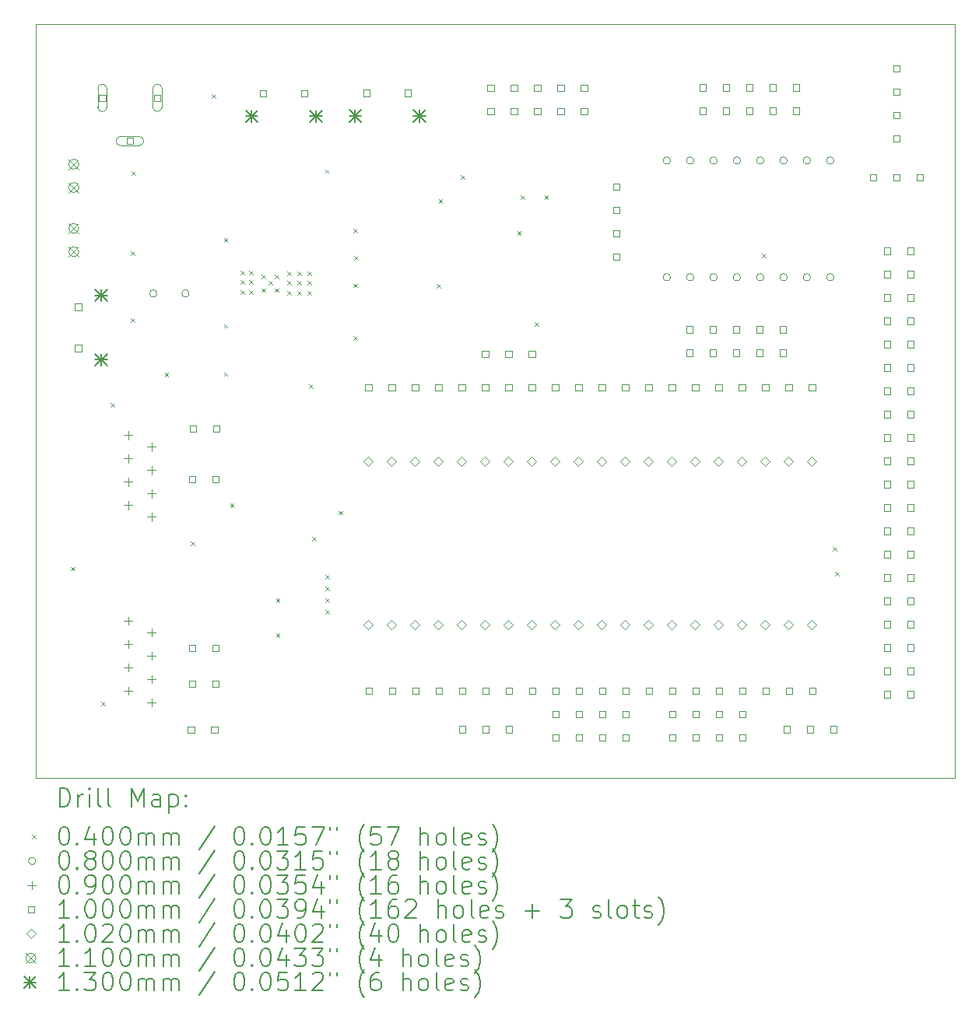
<source format=gbr>
%TF.GenerationSoftware,KiCad,Pcbnew,8.0.5*%
%TF.CreationDate,2024-12-19T23:12:25-05:00*%
%TF.ProjectId,LCC-Pico-Stepper_v2_4,4c43432d-5069-4636-9f2d-537465707065,rev?*%
%TF.SameCoordinates,Original*%
%TF.FileFunction,Drillmap*%
%TF.FilePolarity,Positive*%
%FSLAX45Y45*%
G04 Gerber Fmt 4.5, Leading zero omitted, Abs format (unit mm)*
G04 Created by KiCad (PCBNEW 8.0.5) date 2024-12-19 23:12:25*
%MOMM*%
%LPD*%
G01*
G04 APERTURE LIST*
%ADD10C,0.050000*%
%ADD11C,0.200000*%
%ADD12C,0.100000*%
%ADD13C,0.102000*%
%ADD14C,0.110000*%
%ADD15C,0.130000*%
G04 APERTURE END LIST*
D10*
X10070000Y-13200000D02*
X10070000Y-5000000D01*
X10070000Y-5000000D02*
X20070000Y-5000000D01*
X20070000Y-5000000D02*
X20070000Y-13200000D01*
X20070000Y-13200000D02*
X10070000Y-13200000D01*
D11*
D12*
X10449000Y-10905500D02*
X10489000Y-10945500D01*
X10489000Y-10905500D02*
X10449000Y-10945500D01*
X10779000Y-12375500D02*
X10819000Y-12415500D01*
X10819000Y-12375500D02*
X10779000Y-12415500D01*
X10879000Y-9125500D02*
X10919000Y-9165500D01*
X10919000Y-9125500D02*
X10879000Y-9165500D01*
X11100000Y-7468750D02*
X11140000Y-7508750D01*
X11140000Y-7468750D02*
X11100000Y-7508750D01*
X11100000Y-8200000D02*
X11140000Y-8240000D01*
X11140000Y-8200000D02*
X11100000Y-8240000D01*
X11110000Y-6601250D02*
X11150000Y-6641250D01*
X11150000Y-6601250D02*
X11110000Y-6641250D01*
X11470000Y-8790000D02*
X11510000Y-8830000D01*
X11510000Y-8790000D02*
X11470000Y-8830000D01*
X11750000Y-10632500D02*
X11790000Y-10672500D01*
X11790000Y-10632500D02*
X11750000Y-10672500D01*
X11980000Y-5761250D02*
X12020000Y-5801250D01*
X12020000Y-5761250D02*
X11980000Y-5801250D01*
X12112000Y-7329950D02*
X12152000Y-7369950D01*
X12152000Y-7329950D02*
X12112000Y-7369950D01*
X12112000Y-8262450D02*
X12152000Y-8302450D01*
X12152000Y-8262450D02*
X12112000Y-8302450D01*
X12112850Y-8787450D02*
X12152850Y-8827450D01*
X12152850Y-8787450D02*
X12112850Y-8827450D01*
X12180000Y-10215000D02*
X12220000Y-10255000D01*
X12220000Y-10215000D02*
X12180000Y-10255000D01*
X12295000Y-7683700D02*
X12335000Y-7723700D01*
X12335000Y-7683700D02*
X12295000Y-7723700D01*
X12295000Y-7783700D02*
X12335000Y-7823700D01*
X12335000Y-7783700D02*
X12295000Y-7823700D01*
X12295000Y-7893700D02*
X12335000Y-7933700D01*
X12335000Y-7893700D02*
X12295000Y-7933700D01*
X12385000Y-7683700D02*
X12425000Y-7723700D01*
X12425000Y-7683700D02*
X12385000Y-7723700D01*
X12385000Y-7783700D02*
X12425000Y-7823700D01*
X12425000Y-7783700D02*
X12385000Y-7823700D01*
X12385000Y-7893700D02*
X12425000Y-7933700D01*
X12425000Y-7893700D02*
X12385000Y-7933700D01*
X12525000Y-7723700D02*
X12565000Y-7763700D01*
X12565000Y-7723700D02*
X12525000Y-7763700D01*
X12525000Y-7873700D02*
X12565000Y-7913700D01*
X12565000Y-7873700D02*
X12525000Y-7913700D01*
X12597500Y-7796200D02*
X12637500Y-7836200D01*
X12637500Y-7796200D02*
X12597500Y-7836200D01*
X12665000Y-7723700D02*
X12705000Y-7763700D01*
X12705000Y-7723700D02*
X12665000Y-7763700D01*
X12665000Y-7873700D02*
X12705000Y-7913700D01*
X12705000Y-7873700D02*
X12665000Y-7913700D01*
X12680000Y-11250000D02*
X12720000Y-11290000D01*
X12720000Y-11250000D02*
X12680000Y-11290000D01*
X12680000Y-11631000D02*
X12720000Y-11671000D01*
X12720000Y-11631000D02*
X12680000Y-11671000D01*
X12805000Y-7693700D02*
X12845000Y-7733700D01*
X12845000Y-7693700D02*
X12805000Y-7733700D01*
X12805000Y-7793700D02*
X12845000Y-7833700D01*
X12845000Y-7793700D02*
X12805000Y-7833700D01*
X12805000Y-7903700D02*
X12845000Y-7943700D01*
X12845000Y-7903700D02*
X12805000Y-7943700D01*
X12915000Y-7693700D02*
X12955000Y-7733700D01*
X12955000Y-7693700D02*
X12915000Y-7733700D01*
X12915000Y-7793700D02*
X12955000Y-7833700D01*
X12955000Y-7793700D02*
X12915000Y-7833700D01*
X12915000Y-7903700D02*
X12955000Y-7943700D01*
X12955000Y-7903700D02*
X12915000Y-7943700D01*
X13025000Y-7693700D02*
X13065000Y-7733700D01*
X13065000Y-7693700D02*
X13025000Y-7733700D01*
X13025000Y-7793700D02*
X13065000Y-7833700D01*
X13065000Y-7793700D02*
X13025000Y-7833700D01*
X13025000Y-7903700D02*
X13065000Y-7943700D01*
X13065000Y-7903700D02*
X13025000Y-7943700D01*
X13040000Y-8920000D02*
X13080000Y-8960000D01*
X13080000Y-8920000D02*
X13040000Y-8960000D01*
X13073750Y-10580000D02*
X13113750Y-10620000D01*
X13113750Y-10580000D02*
X13073750Y-10620000D01*
X13213750Y-6578500D02*
X13253750Y-6618500D01*
X13253750Y-6578500D02*
X13213750Y-6618500D01*
X13220000Y-10996000D02*
X13260000Y-11036000D01*
X13260000Y-10996000D02*
X13220000Y-11036000D01*
X13220000Y-11123000D02*
X13260000Y-11163000D01*
X13260000Y-11123000D02*
X13220000Y-11163000D01*
X13220000Y-11250000D02*
X13260000Y-11290000D01*
X13260000Y-11250000D02*
X13220000Y-11290000D01*
X13220000Y-11377000D02*
X13260000Y-11417000D01*
X13260000Y-11377000D02*
X13220000Y-11417000D01*
X13360000Y-10296250D02*
X13400000Y-10336250D01*
X13400000Y-10296250D02*
X13360000Y-10336250D01*
X13521250Y-8396700D02*
X13561250Y-8436700D01*
X13561250Y-8396700D02*
X13521250Y-8436700D01*
X13525000Y-7223700D02*
X13565000Y-7263700D01*
X13565000Y-7223700D02*
X13525000Y-7263700D01*
X13525000Y-7823700D02*
X13565000Y-7863700D01*
X13565000Y-7823700D02*
X13525000Y-7863700D01*
X13529250Y-7523700D02*
X13569250Y-7563700D01*
X13569250Y-7523700D02*
X13529250Y-7563700D01*
X14430000Y-7830000D02*
X14470000Y-7870000D01*
X14470000Y-7830000D02*
X14430000Y-7870000D01*
X14450000Y-6905000D02*
X14490000Y-6945000D01*
X14490000Y-6905000D02*
X14450000Y-6945000D01*
X14693660Y-6639910D02*
X14733660Y-6679910D01*
X14733660Y-6639910D02*
X14693660Y-6679910D01*
X15303750Y-7250000D02*
X15343750Y-7290000D01*
X15343750Y-7250000D02*
X15303750Y-7290000D01*
X15340000Y-6860000D02*
X15380000Y-6900000D01*
X15380000Y-6860000D02*
X15340000Y-6900000D01*
X15497500Y-8240500D02*
X15537500Y-8280500D01*
X15537500Y-8240500D02*
X15497500Y-8280500D01*
X15600000Y-6860000D02*
X15640000Y-6900000D01*
X15640000Y-6860000D02*
X15600000Y-6900000D01*
X17970000Y-7500000D02*
X18010000Y-7540000D01*
X18010000Y-7500000D02*
X17970000Y-7540000D01*
X18735360Y-10686100D02*
X18775360Y-10726100D01*
X18775360Y-10686100D02*
X18735360Y-10726100D01*
X18765840Y-10957880D02*
X18805840Y-10997880D01*
X18805840Y-10957880D02*
X18765840Y-10997880D01*
X11385265Y-7930000D02*
G75*
G02*
X11305265Y-7930000I-40000J0D01*
G01*
X11305265Y-7930000D02*
G75*
G02*
X11385265Y-7930000I40000J0D01*
G01*
X11735265Y-7930000D02*
G75*
G02*
X11655265Y-7930000I-40000J0D01*
G01*
X11655265Y-7930000D02*
G75*
G02*
X11735265Y-7930000I40000J0D01*
G01*
X16971640Y-6483080D02*
G75*
G02*
X16891640Y-6483080I-40000J0D01*
G01*
X16891640Y-6483080D02*
G75*
G02*
X16971640Y-6483080I40000J0D01*
G01*
X16971640Y-7753080D02*
G75*
G02*
X16891640Y-7753080I-40000J0D01*
G01*
X16891640Y-7753080D02*
G75*
G02*
X16971640Y-7753080I40000J0D01*
G01*
X17225640Y-6483080D02*
G75*
G02*
X17145640Y-6483080I-40000J0D01*
G01*
X17145640Y-6483080D02*
G75*
G02*
X17225640Y-6483080I40000J0D01*
G01*
X17225640Y-7753080D02*
G75*
G02*
X17145640Y-7753080I-40000J0D01*
G01*
X17145640Y-7753080D02*
G75*
G02*
X17225640Y-7753080I40000J0D01*
G01*
X17479640Y-6483080D02*
G75*
G02*
X17399640Y-6483080I-40000J0D01*
G01*
X17399640Y-6483080D02*
G75*
G02*
X17479640Y-6483080I40000J0D01*
G01*
X17479640Y-7753080D02*
G75*
G02*
X17399640Y-7753080I-40000J0D01*
G01*
X17399640Y-7753080D02*
G75*
G02*
X17479640Y-7753080I40000J0D01*
G01*
X17733640Y-6483080D02*
G75*
G02*
X17653640Y-6483080I-40000J0D01*
G01*
X17653640Y-6483080D02*
G75*
G02*
X17733640Y-6483080I40000J0D01*
G01*
X17733640Y-7753080D02*
G75*
G02*
X17653640Y-7753080I-40000J0D01*
G01*
X17653640Y-7753080D02*
G75*
G02*
X17733640Y-7753080I40000J0D01*
G01*
X17987640Y-6483080D02*
G75*
G02*
X17907640Y-6483080I-40000J0D01*
G01*
X17907640Y-6483080D02*
G75*
G02*
X17987640Y-6483080I40000J0D01*
G01*
X17987640Y-7753080D02*
G75*
G02*
X17907640Y-7753080I-40000J0D01*
G01*
X17907640Y-7753080D02*
G75*
G02*
X17987640Y-7753080I40000J0D01*
G01*
X18241640Y-6483080D02*
G75*
G02*
X18161640Y-6483080I-40000J0D01*
G01*
X18161640Y-6483080D02*
G75*
G02*
X18241640Y-6483080I40000J0D01*
G01*
X18241640Y-7753080D02*
G75*
G02*
X18161640Y-7753080I-40000J0D01*
G01*
X18161640Y-7753080D02*
G75*
G02*
X18241640Y-7753080I40000J0D01*
G01*
X18495640Y-6483080D02*
G75*
G02*
X18415640Y-6483080I-40000J0D01*
G01*
X18415640Y-6483080D02*
G75*
G02*
X18495640Y-6483080I40000J0D01*
G01*
X18495640Y-7753080D02*
G75*
G02*
X18415640Y-7753080I-40000J0D01*
G01*
X18415640Y-7753080D02*
G75*
G02*
X18495640Y-7753080I40000J0D01*
G01*
X18749640Y-6483080D02*
G75*
G02*
X18669640Y-6483080I-40000J0D01*
G01*
X18669640Y-6483080D02*
G75*
G02*
X18749640Y-6483080I40000J0D01*
G01*
X18749640Y-7753080D02*
G75*
G02*
X18669640Y-7753080I-40000J0D01*
G01*
X18669640Y-7753080D02*
G75*
G02*
X18749640Y-7753080I40000J0D01*
G01*
X11071000Y-9426000D02*
X11071000Y-9516000D01*
X11026000Y-9471000D02*
X11116000Y-9471000D01*
X11071000Y-9680000D02*
X11071000Y-9770000D01*
X11026000Y-9725000D02*
X11116000Y-9725000D01*
X11071000Y-9934000D02*
X11071000Y-10024000D01*
X11026000Y-9979000D02*
X11116000Y-9979000D01*
X11071000Y-10188000D02*
X11071000Y-10278000D01*
X11026000Y-10233000D02*
X11116000Y-10233000D01*
X11071000Y-11446000D02*
X11071000Y-11536000D01*
X11026000Y-11491000D02*
X11116000Y-11491000D01*
X11071000Y-11700000D02*
X11071000Y-11790000D01*
X11026000Y-11745000D02*
X11116000Y-11745000D01*
X11071000Y-11954000D02*
X11071000Y-12044000D01*
X11026000Y-11999000D02*
X11116000Y-11999000D01*
X11071000Y-12208000D02*
X11071000Y-12298000D01*
X11026000Y-12253000D02*
X11116000Y-12253000D01*
X11325000Y-9553000D02*
X11325000Y-9643000D01*
X11280000Y-9598000D02*
X11370000Y-9598000D01*
X11325000Y-9807000D02*
X11325000Y-9897000D01*
X11280000Y-9852000D02*
X11370000Y-9852000D01*
X11325000Y-10061000D02*
X11325000Y-10151000D01*
X11280000Y-10106000D02*
X11370000Y-10106000D01*
X11325000Y-10315000D02*
X11325000Y-10405000D01*
X11280000Y-10360000D02*
X11370000Y-10360000D01*
X11325000Y-11573000D02*
X11325000Y-11663000D01*
X11280000Y-11618000D02*
X11370000Y-11618000D01*
X11325000Y-11827000D02*
X11325000Y-11917000D01*
X11280000Y-11872000D02*
X11370000Y-11872000D01*
X11325000Y-12081000D02*
X11325000Y-12171000D01*
X11280000Y-12126000D02*
X11370000Y-12126000D01*
X11325000Y-12335000D02*
X11325000Y-12425000D01*
X11280000Y-12380000D02*
X11370000Y-12380000D01*
X10562856Y-8110356D02*
X10562856Y-8039644D01*
X10492144Y-8039644D01*
X10492144Y-8110356D01*
X10562856Y-8110356D01*
X10562856Y-8560356D02*
X10562856Y-8489644D01*
X10492144Y-8489644D01*
X10492144Y-8560356D01*
X10562856Y-8560356D01*
X10825356Y-5835356D02*
X10825356Y-5764644D01*
X10754644Y-5764644D01*
X10754644Y-5835356D01*
X10825356Y-5835356D01*
X10740000Y-5700000D02*
X10740000Y-5900000D01*
X10840000Y-5900000D02*
G75*
G02*
X10740000Y-5900000I-50000J0D01*
G01*
X10840000Y-5900000D02*
X10840000Y-5700000D01*
X10840000Y-5700000D02*
G75*
G03*
X10740000Y-5700000I-50000J0D01*
G01*
X11125356Y-6305356D02*
X11125356Y-6234644D01*
X11054644Y-6234644D01*
X11054644Y-6305356D01*
X11125356Y-6305356D01*
X10990000Y-6320000D02*
X11190000Y-6320000D01*
X11190000Y-6220000D02*
G75*
G02*
X11190000Y-6320000I0J-50000D01*
G01*
X11190000Y-6220000D02*
X10990000Y-6220000D01*
X10990000Y-6220000D02*
G75*
G03*
X10990000Y-6320000I0J-50000D01*
G01*
X11425356Y-5835356D02*
X11425356Y-5764644D01*
X11354644Y-5764644D01*
X11354644Y-5835356D01*
X11425356Y-5835356D01*
X11340000Y-5700000D02*
X11340000Y-5900000D01*
X11440000Y-5900000D02*
G75*
G02*
X11340000Y-5900000I-50000J0D01*
G01*
X11440000Y-5900000D02*
X11440000Y-5700000D01*
X11440000Y-5700000D02*
G75*
G03*
X11340000Y-5700000I-50000J0D01*
G01*
X11791356Y-12715356D02*
X11791356Y-12644644D01*
X11720644Y-12644644D01*
X11720644Y-12715356D01*
X11791356Y-12715356D01*
X11801356Y-9985356D02*
X11801356Y-9914644D01*
X11730644Y-9914644D01*
X11730644Y-9985356D01*
X11801356Y-9985356D01*
X11801356Y-11825356D02*
X11801356Y-11754644D01*
X11730644Y-11754644D01*
X11730644Y-11825356D01*
X11801356Y-11825356D01*
X11805356Y-12215356D02*
X11805356Y-12144644D01*
X11734644Y-12144644D01*
X11734644Y-12215356D01*
X11805356Y-12215356D01*
X11811356Y-9435356D02*
X11811356Y-9364644D01*
X11740644Y-9364644D01*
X11740644Y-9435356D01*
X11811356Y-9435356D01*
X12045356Y-12715356D02*
X12045356Y-12644644D01*
X11974644Y-12644644D01*
X11974644Y-12715356D01*
X12045356Y-12715356D01*
X12055356Y-9985356D02*
X12055356Y-9914644D01*
X11984644Y-9914644D01*
X11984644Y-9985356D01*
X12055356Y-9985356D01*
X12055356Y-11825356D02*
X12055356Y-11754644D01*
X11984644Y-11754644D01*
X11984644Y-11825356D01*
X12055356Y-11825356D01*
X12059356Y-12215356D02*
X12059356Y-12144644D01*
X11988644Y-12144644D01*
X11988644Y-12215356D01*
X12059356Y-12215356D01*
X12065356Y-9435356D02*
X12065356Y-9364644D01*
X11994644Y-9364644D01*
X11994644Y-9435356D01*
X12065356Y-9435356D01*
X12575356Y-5785356D02*
X12575356Y-5714644D01*
X12504644Y-5714644D01*
X12504644Y-5785356D01*
X12575356Y-5785356D01*
X13025356Y-5785356D02*
X13025356Y-5714644D01*
X12954644Y-5714644D01*
X12954644Y-5785356D01*
X13025356Y-5785356D01*
X13700356Y-5782856D02*
X13700356Y-5712144D01*
X13629644Y-5712144D01*
X13629644Y-5782856D01*
X13700356Y-5782856D01*
X13722416Y-8985865D02*
X13722416Y-8915154D01*
X13651704Y-8915154D01*
X13651704Y-8985865D01*
X13722416Y-8985865D01*
X13725956Y-12290431D02*
X13725956Y-12219719D01*
X13655244Y-12219719D01*
X13655244Y-12290431D01*
X13725956Y-12290431D01*
X13976416Y-8985865D02*
X13976416Y-8915154D01*
X13905704Y-8915154D01*
X13905704Y-8985865D01*
X13976416Y-8985865D01*
X13979956Y-12290431D02*
X13979956Y-12219719D01*
X13909244Y-12219719D01*
X13909244Y-12290431D01*
X13979956Y-12290431D01*
X14150356Y-5782856D02*
X14150356Y-5712144D01*
X14079644Y-5712144D01*
X14079644Y-5782856D01*
X14150356Y-5782856D01*
X14230416Y-8985865D02*
X14230416Y-8915154D01*
X14159704Y-8915154D01*
X14159704Y-8985865D01*
X14230416Y-8985865D01*
X14233956Y-12290431D02*
X14233956Y-12219719D01*
X14163244Y-12219719D01*
X14163244Y-12290431D01*
X14233956Y-12290431D01*
X14484416Y-8985865D02*
X14484416Y-8915154D01*
X14413704Y-8915154D01*
X14413704Y-8985865D01*
X14484416Y-8985865D01*
X14487956Y-12290431D02*
X14487956Y-12219719D01*
X14417244Y-12219719D01*
X14417244Y-12290431D01*
X14487956Y-12290431D01*
X14738416Y-8985865D02*
X14738416Y-8915154D01*
X14667704Y-8915154D01*
X14667704Y-8985865D01*
X14738416Y-8985865D01*
X14740456Y-12709956D02*
X14740456Y-12639244D01*
X14669744Y-12639244D01*
X14669744Y-12709956D01*
X14740456Y-12709956D01*
X14741956Y-12290431D02*
X14741956Y-12219719D01*
X14671244Y-12219719D01*
X14671244Y-12290431D01*
X14741956Y-12290431D01*
X14991356Y-8625356D02*
X14991356Y-8554644D01*
X14920644Y-8554644D01*
X14920644Y-8625356D01*
X14991356Y-8625356D01*
X14992416Y-8985865D02*
X14992416Y-8915154D01*
X14921704Y-8915154D01*
X14921704Y-8985865D01*
X14992416Y-8985865D01*
X14994456Y-12709956D02*
X14994456Y-12639244D01*
X14923744Y-12639244D01*
X14923744Y-12709956D01*
X14994456Y-12709956D01*
X14995956Y-12290431D02*
X14995956Y-12219719D01*
X14925244Y-12219719D01*
X14925244Y-12290431D01*
X14995956Y-12290431D01*
X15051836Y-5730036D02*
X15051836Y-5659324D01*
X14981124Y-5659324D01*
X14981124Y-5730036D01*
X15051836Y-5730036D01*
X15051836Y-5984036D02*
X15051836Y-5913324D01*
X14981124Y-5913324D01*
X14981124Y-5984036D01*
X15051836Y-5984036D01*
X15245356Y-8625356D02*
X15245356Y-8554644D01*
X15174644Y-8554644D01*
X15174644Y-8625356D01*
X15245356Y-8625356D01*
X15246416Y-8985865D02*
X15246416Y-8915154D01*
X15175704Y-8915154D01*
X15175704Y-8985865D01*
X15246416Y-8985865D01*
X15248456Y-12709956D02*
X15248456Y-12639244D01*
X15177744Y-12639244D01*
X15177744Y-12709956D01*
X15248456Y-12709956D01*
X15249956Y-12290431D02*
X15249956Y-12219719D01*
X15179244Y-12219719D01*
X15179244Y-12290431D01*
X15249956Y-12290431D01*
X15305836Y-5730036D02*
X15305836Y-5659324D01*
X15235124Y-5659324D01*
X15235124Y-5730036D01*
X15305836Y-5730036D01*
X15305836Y-5984036D02*
X15305836Y-5913324D01*
X15235124Y-5913324D01*
X15235124Y-5984036D01*
X15305836Y-5984036D01*
X15499356Y-8625356D02*
X15499356Y-8554644D01*
X15428644Y-8554644D01*
X15428644Y-8625356D01*
X15499356Y-8625356D01*
X15500416Y-8985865D02*
X15500416Y-8915154D01*
X15429704Y-8915154D01*
X15429704Y-8985865D01*
X15500416Y-8985865D01*
X15503956Y-12290431D02*
X15503956Y-12219719D01*
X15433244Y-12219719D01*
X15433244Y-12290431D01*
X15503956Y-12290431D01*
X15559836Y-5730036D02*
X15559836Y-5659324D01*
X15489124Y-5659324D01*
X15489124Y-5730036D01*
X15559836Y-5730036D01*
X15559836Y-5984036D02*
X15559836Y-5913324D01*
X15489124Y-5913324D01*
X15489124Y-5984036D01*
X15559836Y-5984036D01*
X15754416Y-8985865D02*
X15754416Y-8915154D01*
X15683704Y-8915154D01*
X15683704Y-8985865D01*
X15754416Y-8985865D01*
X15757956Y-12290431D02*
X15757956Y-12219719D01*
X15687244Y-12219719D01*
X15687244Y-12290431D01*
X15757956Y-12290431D01*
X15757956Y-12544431D02*
X15757956Y-12473719D01*
X15687244Y-12473719D01*
X15687244Y-12544431D01*
X15757956Y-12544431D01*
X15757956Y-12798431D02*
X15757956Y-12727719D01*
X15687244Y-12727719D01*
X15687244Y-12798431D01*
X15757956Y-12798431D01*
X15813836Y-5730036D02*
X15813836Y-5659324D01*
X15743124Y-5659324D01*
X15743124Y-5730036D01*
X15813836Y-5730036D01*
X15813836Y-5984036D02*
X15813836Y-5913324D01*
X15743124Y-5913324D01*
X15743124Y-5984036D01*
X15813836Y-5984036D01*
X16008416Y-8985865D02*
X16008416Y-8915154D01*
X15937704Y-8915154D01*
X15937704Y-8985865D01*
X16008416Y-8985865D01*
X16011956Y-12290431D02*
X16011956Y-12219719D01*
X15941244Y-12219719D01*
X15941244Y-12290431D01*
X16011956Y-12290431D01*
X16011956Y-12544431D02*
X16011956Y-12473719D01*
X15941244Y-12473719D01*
X15941244Y-12544431D01*
X16011956Y-12544431D01*
X16011956Y-12798431D02*
X16011956Y-12727719D01*
X15941244Y-12727719D01*
X15941244Y-12798431D01*
X16011956Y-12798431D01*
X16067836Y-5730036D02*
X16067836Y-5659324D01*
X15997124Y-5659324D01*
X15997124Y-5730036D01*
X16067836Y-5730036D01*
X16067836Y-5984036D02*
X16067836Y-5913324D01*
X15997124Y-5913324D01*
X15997124Y-5984036D01*
X16067836Y-5984036D01*
X16262416Y-8985865D02*
X16262416Y-8915154D01*
X16191704Y-8915154D01*
X16191704Y-8985865D01*
X16262416Y-8985865D01*
X16265956Y-12290431D02*
X16265956Y-12219719D01*
X16195244Y-12219719D01*
X16195244Y-12290431D01*
X16265956Y-12290431D01*
X16265956Y-12544431D02*
X16265956Y-12473719D01*
X16195244Y-12473719D01*
X16195244Y-12544431D01*
X16265956Y-12544431D01*
X16265956Y-12798431D02*
X16265956Y-12727719D01*
X16195244Y-12727719D01*
X16195244Y-12798431D01*
X16265956Y-12798431D01*
X16418356Y-6801916D02*
X16418356Y-6731204D01*
X16347644Y-6731204D01*
X16347644Y-6801916D01*
X16418356Y-6801916D01*
X16418356Y-7055916D02*
X16418356Y-6985204D01*
X16347644Y-6985204D01*
X16347644Y-7055916D01*
X16418356Y-7055916D01*
X16418356Y-7309916D02*
X16418356Y-7239204D01*
X16347644Y-7239204D01*
X16347644Y-7309916D01*
X16418356Y-7309916D01*
X16418356Y-7563916D02*
X16418356Y-7493204D01*
X16347644Y-7493204D01*
X16347644Y-7563916D01*
X16418356Y-7563916D01*
X16516416Y-8985865D02*
X16516416Y-8915154D01*
X16445704Y-8915154D01*
X16445704Y-8985865D01*
X16516416Y-8985865D01*
X16519956Y-12290431D02*
X16519956Y-12219719D01*
X16449244Y-12219719D01*
X16449244Y-12290431D01*
X16519956Y-12290431D01*
X16519956Y-12544431D02*
X16519956Y-12473719D01*
X16449244Y-12473719D01*
X16449244Y-12544431D01*
X16519956Y-12544431D01*
X16519956Y-12798431D02*
X16519956Y-12727719D01*
X16449244Y-12727719D01*
X16449244Y-12798431D01*
X16519956Y-12798431D01*
X16770416Y-8985865D02*
X16770416Y-8915154D01*
X16699704Y-8915154D01*
X16699704Y-8985865D01*
X16770416Y-8985865D01*
X16773956Y-12290431D02*
X16773956Y-12219719D01*
X16703244Y-12219719D01*
X16703244Y-12290431D01*
X16773956Y-12290431D01*
X17024416Y-8985865D02*
X17024416Y-8915154D01*
X16953704Y-8915154D01*
X16953704Y-8985865D01*
X17024416Y-8985865D01*
X17027956Y-12290431D02*
X17027956Y-12219719D01*
X16957244Y-12219719D01*
X16957244Y-12290431D01*
X17027956Y-12290431D01*
X17027956Y-12544431D02*
X17027956Y-12473719D01*
X16957244Y-12473719D01*
X16957244Y-12544431D01*
X17027956Y-12544431D01*
X17027956Y-12798431D02*
X17027956Y-12727719D01*
X16957244Y-12727719D01*
X16957244Y-12798431D01*
X17027956Y-12798431D01*
X17216416Y-8356896D02*
X17216416Y-8286184D01*
X17145704Y-8286184D01*
X17145704Y-8356896D01*
X17216416Y-8356896D01*
X17216416Y-8610896D02*
X17216416Y-8540184D01*
X17145704Y-8540184D01*
X17145704Y-8610896D01*
X17216416Y-8610896D01*
X17278416Y-8985865D02*
X17278416Y-8915154D01*
X17207704Y-8915154D01*
X17207704Y-8985865D01*
X17278416Y-8985865D01*
X17281956Y-12290431D02*
X17281956Y-12219719D01*
X17211244Y-12219719D01*
X17211244Y-12290431D01*
X17281956Y-12290431D01*
X17281956Y-12544431D02*
X17281956Y-12473719D01*
X17211244Y-12473719D01*
X17211244Y-12544431D01*
X17281956Y-12544431D01*
X17281956Y-12798431D02*
X17281956Y-12727719D01*
X17211244Y-12727719D01*
X17211244Y-12798431D01*
X17281956Y-12798431D01*
X17358156Y-5724956D02*
X17358156Y-5654244D01*
X17287444Y-5654244D01*
X17287444Y-5724956D01*
X17358156Y-5724956D01*
X17358156Y-5978956D02*
X17358156Y-5908244D01*
X17287444Y-5908244D01*
X17287444Y-5978956D01*
X17358156Y-5978956D01*
X17470416Y-8356896D02*
X17470416Y-8286184D01*
X17399704Y-8286184D01*
X17399704Y-8356896D01*
X17470416Y-8356896D01*
X17470416Y-8610896D02*
X17470416Y-8540184D01*
X17399704Y-8540184D01*
X17399704Y-8610896D01*
X17470416Y-8610896D01*
X17532416Y-8985865D02*
X17532416Y-8915154D01*
X17461704Y-8915154D01*
X17461704Y-8985865D01*
X17532416Y-8985865D01*
X17535956Y-12290431D02*
X17535956Y-12219719D01*
X17465244Y-12219719D01*
X17465244Y-12290431D01*
X17535956Y-12290431D01*
X17535956Y-12544431D02*
X17535956Y-12473719D01*
X17465244Y-12473719D01*
X17465244Y-12544431D01*
X17535956Y-12544431D01*
X17535956Y-12798431D02*
X17535956Y-12727719D01*
X17465244Y-12727719D01*
X17465244Y-12798431D01*
X17535956Y-12798431D01*
X17612156Y-5724956D02*
X17612156Y-5654244D01*
X17541444Y-5654244D01*
X17541444Y-5724956D01*
X17612156Y-5724956D01*
X17612156Y-5978956D02*
X17612156Y-5908244D01*
X17541444Y-5908244D01*
X17541444Y-5978956D01*
X17612156Y-5978956D01*
X17724416Y-8356896D02*
X17724416Y-8286184D01*
X17653704Y-8286184D01*
X17653704Y-8356896D01*
X17724416Y-8356896D01*
X17724416Y-8610896D02*
X17724416Y-8540184D01*
X17653704Y-8540184D01*
X17653704Y-8610896D01*
X17724416Y-8610896D01*
X17786416Y-8985865D02*
X17786416Y-8915154D01*
X17715704Y-8915154D01*
X17715704Y-8985865D01*
X17786416Y-8985865D01*
X17789956Y-12290431D02*
X17789956Y-12219719D01*
X17719244Y-12219719D01*
X17719244Y-12290431D01*
X17789956Y-12290431D01*
X17789956Y-12544431D02*
X17789956Y-12473719D01*
X17719244Y-12473719D01*
X17719244Y-12544431D01*
X17789956Y-12544431D01*
X17789956Y-12798431D02*
X17789956Y-12727719D01*
X17719244Y-12727719D01*
X17719244Y-12798431D01*
X17789956Y-12798431D01*
X17866156Y-5724956D02*
X17866156Y-5654244D01*
X17795444Y-5654244D01*
X17795444Y-5724956D01*
X17866156Y-5724956D01*
X17866156Y-5978956D02*
X17866156Y-5908244D01*
X17795444Y-5908244D01*
X17795444Y-5978956D01*
X17866156Y-5978956D01*
X17978416Y-8356896D02*
X17978416Y-8286184D01*
X17907704Y-8286184D01*
X17907704Y-8356896D01*
X17978416Y-8356896D01*
X17978416Y-8610896D02*
X17978416Y-8540184D01*
X17907704Y-8540184D01*
X17907704Y-8610896D01*
X17978416Y-8610896D01*
X18040416Y-8985865D02*
X18040416Y-8915154D01*
X17969704Y-8915154D01*
X17969704Y-8985865D01*
X18040416Y-8985865D01*
X18043956Y-12290431D02*
X18043956Y-12219719D01*
X17973244Y-12219719D01*
X17973244Y-12290431D01*
X18043956Y-12290431D01*
X18120156Y-5724956D02*
X18120156Y-5654244D01*
X18049444Y-5654244D01*
X18049444Y-5724956D01*
X18120156Y-5724956D01*
X18120156Y-5978956D02*
X18120156Y-5908244D01*
X18049444Y-5908244D01*
X18049444Y-5978956D01*
X18120156Y-5978956D01*
X18232416Y-8356896D02*
X18232416Y-8286184D01*
X18161704Y-8286184D01*
X18161704Y-8356896D01*
X18232416Y-8356896D01*
X18232416Y-8610896D02*
X18232416Y-8540184D01*
X18161704Y-8540184D01*
X18161704Y-8610896D01*
X18232416Y-8610896D01*
X18272556Y-12709956D02*
X18272556Y-12639244D01*
X18201844Y-12639244D01*
X18201844Y-12709956D01*
X18272556Y-12709956D01*
X18294416Y-8985865D02*
X18294416Y-8915154D01*
X18223704Y-8915154D01*
X18223704Y-8985865D01*
X18294416Y-8985865D01*
X18297956Y-12290431D02*
X18297956Y-12219719D01*
X18227244Y-12219719D01*
X18227244Y-12290431D01*
X18297956Y-12290431D01*
X18374156Y-5724956D02*
X18374156Y-5654244D01*
X18303444Y-5654244D01*
X18303444Y-5724956D01*
X18374156Y-5724956D01*
X18374156Y-5978956D02*
X18374156Y-5908244D01*
X18303444Y-5908244D01*
X18303444Y-5978956D01*
X18374156Y-5978956D01*
X18526556Y-12709956D02*
X18526556Y-12639244D01*
X18455844Y-12639244D01*
X18455844Y-12709956D01*
X18526556Y-12709956D01*
X18548416Y-8985865D02*
X18548416Y-8915154D01*
X18477704Y-8915154D01*
X18477704Y-8985865D01*
X18548416Y-8985865D01*
X18551956Y-12290431D02*
X18551956Y-12219719D01*
X18481244Y-12219719D01*
X18481244Y-12290431D01*
X18551956Y-12290431D01*
X18780556Y-12709956D02*
X18780556Y-12639244D01*
X18709844Y-12639244D01*
X18709844Y-12709956D01*
X18780556Y-12709956D01*
X19209816Y-6700316D02*
X19209816Y-6629604D01*
X19139104Y-6629604D01*
X19139104Y-6700316D01*
X19209816Y-6700316D01*
X19364756Y-7502956D02*
X19364756Y-7432244D01*
X19294044Y-7432244D01*
X19294044Y-7502956D01*
X19364756Y-7502956D01*
X19364756Y-7756956D02*
X19364756Y-7686244D01*
X19294044Y-7686244D01*
X19294044Y-7756956D01*
X19364756Y-7756956D01*
X19364756Y-8010956D02*
X19364756Y-7940244D01*
X19294044Y-7940244D01*
X19294044Y-8010956D01*
X19364756Y-8010956D01*
X19364756Y-8264956D02*
X19364756Y-8194244D01*
X19294044Y-8194244D01*
X19294044Y-8264956D01*
X19364756Y-8264956D01*
X19364756Y-8518956D02*
X19364756Y-8448244D01*
X19294044Y-8448244D01*
X19294044Y-8518956D01*
X19364756Y-8518956D01*
X19364756Y-8772956D02*
X19364756Y-8702244D01*
X19294044Y-8702244D01*
X19294044Y-8772956D01*
X19364756Y-8772956D01*
X19364756Y-9026956D02*
X19364756Y-8956244D01*
X19294044Y-8956244D01*
X19294044Y-9026956D01*
X19364756Y-9026956D01*
X19364756Y-9280956D02*
X19364756Y-9210244D01*
X19294044Y-9210244D01*
X19294044Y-9280956D01*
X19364756Y-9280956D01*
X19364756Y-9534956D02*
X19364756Y-9464244D01*
X19294044Y-9464244D01*
X19294044Y-9534956D01*
X19364756Y-9534956D01*
X19364756Y-9788956D02*
X19364756Y-9718244D01*
X19294044Y-9718244D01*
X19294044Y-9788956D01*
X19364756Y-9788956D01*
X19364756Y-10042956D02*
X19364756Y-9972244D01*
X19294044Y-9972244D01*
X19294044Y-10042956D01*
X19364756Y-10042956D01*
X19364756Y-10296956D02*
X19364756Y-10226244D01*
X19294044Y-10226244D01*
X19294044Y-10296956D01*
X19364756Y-10296956D01*
X19364756Y-10550956D02*
X19364756Y-10480244D01*
X19294044Y-10480244D01*
X19294044Y-10550956D01*
X19364756Y-10550956D01*
X19364756Y-10804956D02*
X19364756Y-10734244D01*
X19294044Y-10734244D01*
X19294044Y-10804956D01*
X19364756Y-10804956D01*
X19364756Y-11058956D02*
X19364756Y-10988244D01*
X19294044Y-10988244D01*
X19294044Y-11058956D01*
X19364756Y-11058956D01*
X19364756Y-11312956D02*
X19364756Y-11242244D01*
X19294044Y-11242244D01*
X19294044Y-11312956D01*
X19364756Y-11312956D01*
X19364756Y-11566956D02*
X19364756Y-11496244D01*
X19294044Y-11496244D01*
X19294044Y-11566956D01*
X19364756Y-11566956D01*
X19364756Y-11820956D02*
X19364756Y-11750244D01*
X19294044Y-11750244D01*
X19294044Y-11820956D01*
X19364756Y-11820956D01*
X19364756Y-12074956D02*
X19364756Y-12004244D01*
X19294044Y-12004244D01*
X19294044Y-12074956D01*
X19364756Y-12074956D01*
X19364756Y-12328956D02*
X19364756Y-12258244D01*
X19294044Y-12258244D01*
X19294044Y-12328956D01*
X19364756Y-12328956D01*
X19463816Y-6700316D02*
X19463816Y-6629604D01*
X19393104Y-6629604D01*
X19393104Y-6700316D01*
X19463816Y-6700316D01*
X19465356Y-5515676D02*
X19465356Y-5444964D01*
X19394644Y-5444964D01*
X19394644Y-5515676D01*
X19465356Y-5515676D01*
X19465356Y-5769676D02*
X19465356Y-5698964D01*
X19394644Y-5698964D01*
X19394644Y-5769676D01*
X19465356Y-5769676D01*
X19465356Y-6023676D02*
X19465356Y-5952964D01*
X19394644Y-5952964D01*
X19394644Y-6023676D01*
X19465356Y-6023676D01*
X19465356Y-6277676D02*
X19465356Y-6206964D01*
X19394644Y-6206964D01*
X19394644Y-6277676D01*
X19465356Y-6277676D01*
X19618756Y-7502956D02*
X19618756Y-7432244D01*
X19548044Y-7432244D01*
X19548044Y-7502956D01*
X19618756Y-7502956D01*
X19618756Y-7756956D02*
X19618756Y-7686244D01*
X19548044Y-7686244D01*
X19548044Y-7756956D01*
X19618756Y-7756956D01*
X19618756Y-8010956D02*
X19618756Y-7940244D01*
X19548044Y-7940244D01*
X19548044Y-8010956D01*
X19618756Y-8010956D01*
X19618756Y-8264956D02*
X19618756Y-8194244D01*
X19548044Y-8194244D01*
X19548044Y-8264956D01*
X19618756Y-8264956D01*
X19618756Y-8518956D02*
X19618756Y-8448244D01*
X19548044Y-8448244D01*
X19548044Y-8518956D01*
X19618756Y-8518956D01*
X19618756Y-8772956D02*
X19618756Y-8702244D01*
X19548044Y-8702244D01*
X19548044Y-8772956D01*
X19618756Y-8772956D01*
X19618756Y-9026956D02*
X19618756Y-8956244D01*
X19548044Y-8956244D01*
X19548044Y-9026956D01*
X19618756Y-9026956D01*
X19618756Y-9280956D02*
X19618756Y-9210244D01*
X19548044Y-9210244D01*
X19548044Y-9280956D01*
X19618756Y-9280956D01*
X19618756Y-9534956D02*
X19618756Y-9464244D01*
X19548044Y-9464244D01*
X19548044Y-9534956D01*
X19618756Y-9534956D01*
X19618756Y-9788956D02*
X19618756Y-9718244D01*
X19548044Y-9718244D01*
X19548044Y-9788956D01*
X19618756Y-9788956D01*
X19618756Y-10042956D02*
X19618756Y-9972244D01*
X19548044Y-9972244D01*
X19548044Y-10042956D01*
X19618756Y-10042956D01*
X19618756Y-10296956D02*
X19618756Y-10226244D01*
X19548044Y-10226244D01*
X19548044Y-10296956D01*
X19618756Y-10296956D01*
X19618756Y-10550956D02*
X19618756Y-10480244D01*
X19548044Y-10480244D01*
X19548044Y-10550956D01*
X19618756Y-10550956D01*
X19618756Y-10804956D02*
X19618756Y-10734244D01*
X19548044Y-10734244D01*
X19548044Y-10804956D01*
X19618756Y-10804956D01*
X19618756Y-11058956D02*
X19618756Y-10988244D01*
X19548044Y-10988244D01*
X19548044Y-11058956D01*
X19618756Y-11058956D01*
X19618756Y-11312956D02*
X19618756Y-11242244D01*
X19548044Y-11242244D01*
X19548044Y-11312956D01*
X19618756Y-11312956D01*
X19618756Y-11566956D02*
X19618756Y-11496244D01*
X19548044Y-11496244D01*
X19548044Y-11566956D01*
X19618756Y-11566956D01*
X19618756Y-11820956D02*
X19618756Y-11750244D01*
X19548044Y-11750244D01*
X19548044Y-11820956D01*
X19618756Y-11820956D01*
X19618756Y-12074956D02*
X19618756Y-12004244D01*
X19548044Y-12004244D01*
X19548044Y-12074956D01*
X19618756Y-12074956D01*
X19618756Y-12328956D02*
X19618756Y-12258244D01*
X19548044Y-12258244D01*
X19548044Y-12328956D01*
X19618756Y-12328956D01*
X19717816Y-6700316D02*
X19717816Y-6629604D01*
X19647104Y-6629604D01*
X19647104Y-6700316D01*
X19717816Y-6700316D01*
D13*
X13685520Y-9806715D02*
X13736520Y-9755715D01*
X13685520Y-9704715D01*
X13634520Y-9755715D01*
X13685520Y-9806715D01*
X13685520Y-11584715D02*
X13736520Y-11533715D01*
X13685520Y-11482715D01*
X13634520Y-11533715D01*
X13685520Y-11584715D01*
X13939520Y-9806715D02*
X13990520Y-9755715D01*
X13939520Y-9704715D01*
X13888520Y-9755715D01*
X13939520Y-9806715D01*
X13939520Y-11584715D02*
X13990520Y-11533715D01*
X13939520Y-11482715D01*
X13888520Y-11533715D01*
X13939520Y-11584715D01*
X14193520Y-9806715D02*
X14244520Y-9755715D01*
X14193520Y-9704715D01*
X14142520Y-9755715D01*
X14193520Y-9806715D01*
X14193520Y-11584715D02*
X14244520Y-11533715D01*
X14193520Y-11482715D01*
X14142520Y-11533715D01*
X14193520Y-11584715D01*
X14447520Y-9806715D02*
X14498520Y-9755715D01*
X14447520Y-9704715D01*
X14396520Y-9755715D01*
X14447520Y-9806715D01*
X14447520Y-11584715D02*
X14498520Y-11533715D01*
X14447520Y-11482715D01*
X14396520Y-11533715D01*
X14447520Y-11584715D01*
X14701520Y-9806715D02*
X14752520Y-9755715D01*
X14701520Y-9704715D01*
X14650520Y-9755715D01*
X14701520Y-9806715D01*
X14701520Y-11584715D02*
X14752520Y-11533715D01*
X14701520Y-11482715D01*
X14650520Y-11533715D01*
X14701520Y-11584715D01*
X14955520Y-9806715D02*
X15006520Y-9755715D01*
X14955520Y-9704715D01*
X14904520Y-9755715D01*
X14955520Y-9806715D01*
X14955520Y-11584715D02*
X15006520Y-11533715D01*
X14955520Y-11482715D01*
X14904520Y-11533715D01*
X14955520Y-11584715D01*
X15209520Y-9806715D02*
X15260520Y-9755715D01*
X15209520Y-9704715D01*
X15158520Y-9755715D01*
X15209520Y-9806715D01*
X15209520Y-11584715D02*
X15260520Y-11533715D01*
X15209520Y-11482715D01*
X15158520Y-11533715D01*
X15209520Y-11584715D01*
X15463520Y-9806715D02*
X15514520Y-9755715D01*
X15463520Y-9704715D01*
X15412520Y-9755715D01*
X15463520Y-9806715D01*
X15463520Y-11584715D02*
X15514520Y-11533715D01*
X15463520Y-11482715D01*
X15412520Y-11533715D01*
X15463520Y-11584715D01*
X15717520Y-9806715D02*
X15768520Y-9755715D01*
X15717520Y-9704715D01*
X15666520Y-9755715D01*
X15717520Y-9806715D01*
X15717520Y-11584715D02*
X15768520Y-11533715D01*
X15717520Y-11482715D01*
X15666520Y-11533715D01*
X15717520Y-11584715D01*
X15971520Y-9806715D02*
X16022520Y-9755715D01*
X15971520Y-9704715D01*
X15920520Y-9755715D01*
X15971520Y-9806715D01*
X15971520Y-11584715D02*
X16022520Y-11533715D01*
X15971520Y-11482715D01*
X15920520Y-11533715D01*
X15971520Y-11584715D01*
X16225520Y-9806715D02*
X16276520Y-9755715D01*
X16225520Y-9704715D01*
X16174520Y-9755715D01*
X16225520Y-9806715D01*
X16225520Y-11584715D02*
X16276520Y-11533715D01*
X16225520Y-11482715D01*
X16174520Y-11533715D01*
X16225520Y-11584715D01*
X16479520Y-9806715D02*
X16530520Y-9755715D01*
X16479520Y-9704715D01*
X16428520Y-9755715D01*
X16479520Y-9806715D01*
X16479520Y-11584715D02*
X16530520Y-11533715D01*
X16479520Y-11482715D01*
X16428520Y-11533715D01*
X16479520Y-11584715D01*
X16733520Y-9806715D02*
X16784520Y-9755715D01*
X16733520Y-9704715D01*
X16682520Y-9755715D01*
X16733520Y-9806715D01*
X16733520Y-11584715D02*
X16784520Y-11533715D01*
X16733520Y-11482715D01*
X16682520Y-11533715D01*
X16733520Y-11584715D01*
X16987520Y-9806715D02*
X17038520Y-9755715D01*
X16987520Y-9704715D01*
X16936520Y-9755715D01*
X16987520Y-9806715D01*
X16987520Y-11584715D02*
X17038520Y-11533715D01*
X16987520Y-11482715D01*
X16936520Y-11533715D01*
X16987520Y-11584715D01*
X17241520Y-9806715D02*
X17292520Y-9755715D01*
X17241520Y-9704715D01*
X17190520Y-9755715D01*
X17241520Y-9806715D01*
X17241520Y-11584715D02*
X17292520Y-11533715D01*
X17241520Y-11482715D01*
X17190520Y-11533715D01*
X17241520Y-11584715D01*
X17495520Y-9806715D02*
X17546520Y-9755715D01*
X17495520Y-9704715D01*
X17444520Y-9755715D01*
X17495520Y-9806715D01*
X17495520Y-11584715D02*
X17546520Y-11533715D01*
X17495520Y-11482715D01*
X17444520Y-11533715D01*
X17495520Y-11584715D01*
X17749520Y-9806715D02*
X17800520Y-9755715D01*
X17749520Y-9704715D01*
X17698520Y-9755715D01*
X17749520Y-9806715D01*
X17749520Y-11584715D02*
X17800520Y-11533715D01*
X17749520Y-11482715D01*
X17698520Y-11533715D01*
X17749520Y-11584715D01*
X18003520Y-9806715D02*
X18054520Y-9755715D01*
X18003520Y-9704715D01*
X17952520Y-9755715D01*
X18003520Y-9806715D01*
X18003520Y-11584715D02*
X18054520Y-11533715D01*
X18003520Y-11482715D01*
X17952520Y-11533715D01*
X18003520Y-11584715D01*
X18257520Y-9806715D02*
X18308520Y-9755715D01*
X18257520Y-9704715D01*
X18206520Y-9755715D01*
X18257520Y-9806715D01*
X18257520Y-11584715D02*
X18308520Y-11533715D01*
X18257520Y-11482715D01*
X18206520Y-11533715D01*
X18257520Y-11584715D01*
X18511520Y-9806715D02*
X18562520Y-9755715D01*
X18511520Y-9704715D01*
X18460520Y-9755715D01*
X18511520Y-9806715D01*
X18511520Y-11584715D02*
X18562520Y-11533715D01*
X18511520Y-11482715D01*
X18460520Y-11533715D01*
X18511520Y-11584715D01*
D14*
X10425000Y-6468000D02*
X10535000Y-6578000D01*
X10535000Y-6468000D02*
X10425000Y-6578000D01*
X10535000Y-6523000D02*
G75*
G02*
X10425000Y-6523000I-55000J0D01*
G01*
X10425000Y-6523000D02*
G75*
G02*
X10535000Y-6523000I55000J0D01*
G01*
X10425000Y-6722000D02*
X10535000Y-6832000D01*
X10535000Y-6722000D02*
X10425000Y-6832000D01*
X10535000Y-6777000D02*
G75*
G02*
X10425000Y-6777000I-55000J0D01*
G01*
X10425000Y-6777000D02*
G75*
G02*
X10535000Y-6777000I55000J0D01*
G01*
X10425000Y-7166250D02*
X10535000Y-7276250D01*
X10535000Y-7166250D02*
X10425000Y-7276250D01*
X10535000Y-7221250D02*
G75*
G02*
X10425000Y-7221250I-55000J0D01*
G01*
X10425000Y-7221250D02*
G75*
G02*
X10535000Y-7221250I55000J0D01*
G01*
X10425000Y-7420250D02*
X10535000Y-7530250D01*
X10535000Y-7420250D02*
X10425000Y-7530250D01*
X10535000Y-7475250D02*
G75*
G02*
X10425000Y-7475250I-55000J0D01*
G01*
X10425000Y-7475250D02*
G75*
G02*
X10535000Y-7475250I55000J0D01*
G01*
D15*
X10712500Y-7885000D02*
X10842500Y-8015000D01*
X10842500Y-7885000D02*
X10712500Y-8015000D01*
X10777500Y-7885000D02*
X10777500Y-8015000D01*
X10712500Y-7950000D02*
X10842500Y-7950000D01*
X10712500Y-8585000D02*
X10842500Y-8715000D01*
X10842500Y-8585000D02*
X10712500Y-8715000D01*
X10777500Y-8585000D02*
X10777500Y-8715000D01*
X10712500Y-8650000D02*
X10842500Y-8650000D01*
X12350000Y-5935000D02*
X12480000Y-6065000D01*
X12480000Y-5935000D02*
X12350000Y-6065000D01*
X12415000Y-5935000D02*
X12415000Y-6065000D01*
X12350000Y-6000000D02*
X12480000Y-6000000D01*
X13050000Y-5935000D02*
X13180000Y-6065000D01*
X13180000Y-5935000D02*
X13050000Y-6065000D01*
X13115000Y-5935000D02*
X13115000Y-6065000D01*
X13050000Y-6000000D02*
X13180000Y-6000000D01*
X13475000Y-5932500D02*
X13605000Y-6062500D01*
X13605000Y-5932500D02*
X13475000Y-6062500D01*
X13540000Y-5932500D02*
X13540000Y-6062500D01*
X13475000Y-5997500D02*
X13605000Y-5997500D01*
X14175000Y-5932500D02*
X14305000Y-6062500D01*
X14305000Y-5932500D02*
X14175000Y-6062500D01*
X14240000Y-5932500D02*
X14240000Y-6062500D01*
X14175000Y-5997500D02*
X14305000Y-5997500D01*
D11*
X10328277Y-13513984D02*
X10328277Y-13313984D01*
X10328277Y-13313984D02*
X10375896Y-13313984D01*
X10375896Y-13313984D02*
X10404467Y-13323508D01*
X10404467Y-13323508D02*
X10423515Y-13342555D01*
X10423515Y-13342555D02*
X10433039Y-13361603D01*
X10433039Y-13361603D02*
X10442563Y-13399698D01*
X10442563Y-13399698D02*
X10442563Y-13428269D01*
X10442563Y-13428269D02*
X10433039Y-13466365D01*
X10433039Y-13466365D02*
X10423515Y-13485412D01*
X10423515Y-13485412D02*
X10404467Y-13504460D01*
X10404467Y-13504460D02*
X10375896Y-13513984D01*
X10375896Y-13513984D02*
X10328277Y-13513984D01*
X10528277Y-13513984D02*
X10528277Y-13380650D01*
X10528277Y-13418746D02*
X10537801Y-13399698D01*
X10537801Y-13399698D02*
X10547324Y-13390174D01*
X10547324Y-13390174D02*
X10566372Y-13380650D01*
X10566372Y-13380650D02*
X10585420Y-13380650D01*
X10652086Y-13513984D02*
X10652086Y-13380650D01*
X10652086Y-13313984D02*
X10642563Y-13323508D01*
X10642563Y-13323508D02*
X10652086Y-13333031D01*
X10652086Y-13333031D02*
X10661610Y-13323508D01*
X10661610Y-13323508D02*
X10652086Y-13313984D01*
X10652086Y-13313984D02*
X10652086Y-13333031D01*
X10775896Y-13513984D02*
X10756848Y-13504460D01*
X10756848Y-13504460D02*
X10747324Y-13485412D01*
X10747324Y-13485412D02*
X10747324Y-13313984D01*
X10880658Y-13513984D02*
X10861610Y-13504460D01*
X10861610Y-13504460D02*
X10852086Y-13485412D01*
X10852086Y-13485412D02*
X10852086Y-13313984D01*
X11109229Y-13513984D02*
X11109229Y-13313984D01*
X11109229Y-13313984D02*
X11175896Y-13456841D01*
X11175896Y-13456841D02*
X11242562Y-13313984D01*
X11242562Y-13313984D02*
X11242562Y-13513984D01*
X11423515Y-13513984D02*
X11423515Y-13409222D01*
X11423515Y-13409222D02*
X11413991Y-13390174D01*
X11413991Y-13390174D02*
X11394943Y-13380650D01*
X11394943Y-13380650D02*
X11356848Y-13380650D01*
X11356848Y-13380650D02*
X11337801Y-13390174D01*
X11423515Y-13504460D02*
X11404467Y-13513984D01*
X11404467Y-13513984D02*
X11356848Y-13513984D01*
X11356848Y-13513984D02*
X11337801Y-13504460D01*
X11337801Y-13504460D02*
X11328277Y-13485412D01*
X11328277Y-13485412D02*
X11328277Y-13466365D01*
X11328277Y-13466365D02*
X11337801Y-13447317D01*
X11337801Y-13447317D02*
X11356848Y-13437793D01*
X11356848Y-13437793D02*
X11404467Y-13437793D01*
X11404467Y-13437793D02*
X11423515Y-13428269D01*
X11518753Y-13380650D02*
X11518753Y-13580650D01*
X11518753Y-13390174D02*
X11537801Y-13380650D01*
X11537801Y-13380650D02*
X11575896Y-13380650D01*
X11575896Y-13380650D02*
X11594943Y-13390174D01*
X11594943Y-13390174D02*
X11604467Y-13399698D01*
X11604467Y-13399698D02*
X11613991Y-13418746D01*
X11613991Y-13418746D02*
X11613991Y-13475888D01*
X11613991Y-13475888D02*
X11604467Y-13494936D01*
X11604467Y-13494936D02*
X11594943Y-13504460D01*
X11594943Y-13504460D02*
X11575896Y-13513984D01*
X11575896Y-13513984D02*
X11537801Y-13513984D01*
X11537801Y-13513984D02*
X11518753Y-13504460D01*
X11699705Y-13494936D02*
X11709229Y-13504460D01*
X11709229Y-13504460D02*
X11699705Y-13513984D01*
X11699705Y-13513984D02*
X11690182Y-13504460D01*
X11690182Y-13504460D02*
X11699705Y-13494936D01*
X11699705Y-13494936D02*
X11699705Y-13513984D01*
X11699705Y-13390174D02*
X11709229Y-13399698D01*
X11709229Y-13399698D02*
X11699705Y-13409222D01*
X11699705Y-13409222D02*
X11690182Y-13399698D01*
X11690182Y-13399698D02*
X11699705Y-13390174D01*
X11699705Y-13390174D02*
X11699705Y-13409222D01*
D12*
X10027500Y-13822500D02*
X10067500Y-13862500D01*
X10067500Y-13822500D02*
X10027500Y-13862500D01*
D11*
X10366372Y-13733984D02*
X10385420Y-13733984D01*
X10385420Y-13733984D02*
X10404467Y-13743508D01*
X10404467Y-13743508D02*
X10413991Y-13753031D01*
X10413991Y-13753031D02*
X10423515Y-13772079D01*
X10423515Y-13772079D02*
X10433039Y-13810174D01*
X10433039Y-13810174D02*
X10433039Y-13857793D01*
X10433039Y-13857793D02*
X10423515Y-13895888D01*
X10423515Y-13895888D02*
X10413991Y-13914936D01*
X10413991Y-13914936D02*
X10404467Y-13924460D01*
X10404467Y-13924460D02*
X10385420Y-13933984D01*
X10385420Y-13933984D02*
X10366372Y-13933984D01*
X10366372Y-13933984D02*
X10347324Y-13924460D01*
X10347324Y-13924460D02*
X10337801Y-13914936D01*
X10337801Y-13914936D02*
X10328277Y-13895888D01*
X10328277Y-13895888D02*
X10318753Y-13857793D01*
X10318753Y-13857793D02*
X10318753Y-13810174D01*
X10318753Y-13810174D02*
X10328277Y-13772079D01*
X10328277Y-13772079D02*
X10337801Y-13753031D01*
X10337801Y-13753031D02*
X10347324Y-13743508D01*
X10347324Y-13743508D02*
X10366372Y-13733984D01*
X10518753Y-13914936D02*
X10528277Y-13924460D01*
X10528277Y-13924460D02*
X10518753Y-13933984D01*
X10518753Y-13933984D02*
X10509229Y-13924460D01*
X10509229Y-13924460D02*
X10518753Y-13914936D01*
X10518753Y-13914936D02*
X10518753Y-13933984D01*
X10699705Y-13800650D02*
X10699705Y-13933984D01*
X10652086Y-13724460D02*
X10604467Y-13867317D01*
X10604467Y-13867317D02*
X10728277Y-13867317D01*
X10842563Y-13733984D02*
X10861610Y-13733984D01*
X10861610Y-13733984D02*
X10880658Y-13743508D01*
X10880658Y-13743508D02*
X10890182Y-13753031D01*
X10890182Y-13753031D02*
X10899705Y-13772079D01*
X10899705Y-13772079D02*
X10909229Y-13810174D01*
X10909229Y-13810174D02*
X10909229Y-13857793D01*
X10909229Y-13857793D02*
X10899705Y-13895888D01*
X10899705Y-13895888D02*
X10890182Y-13914936D01*
X10890182Y-13914936D02*
X10880658Y-13924460D01*
X10880658Y-13924460D02*
X10861610Y-13933984D01*
X10861610Y-13933984D02*
X10842563Y-13933984D01*
X10842563Y-13933984D02*
X10823515Y-13924460D01*
X10823515Y-13924460D02*
X10813991Y-13914936D01*
X10813991Y-13914936D02*
X10804467Y-13895888D01*
X10804467Y-13895888D02*
X10794944Y-13857793D01*
X10794944Y-13857793D02*
X10794944Y-13810174D01*
X10794944Y-13810174D02*
X10804467Y-13772079D01*
X10804467Y-13772079D02*
X10813991Y-13753031D01*
X10813991Y-13753031D02*
X10823515Y-13743508D01*
X10823515Y-13743508D02*
X10842563Y-13733984D01*
X11033039Y-13733984D02*
X11052086Y-13733984D01*
X11052086Y-13733984D02*
X11071134Y-13743508D01*
X11071134Y-13743508D02*
X11080658Y-13753031D01*
X11080658Y-13753031D02*
X11090182Y-13772079D01*
X11090182Y-13772079D02*
X11099705Y-13810174D01*
X11099705Y-13810174D02*
X11099705Y-13857793D01*
X11099705Y-13857793D02*
X11090182Y-13895888D01*
X11090182Y-13895888D02*
X11080658Y-13914936D01*
X11080658Y-13914936D02*
X11071134Y-13924460D01*
X11071134Y-13924460D02*
X11052086Y-13933984D01*
X11052086Y-13933984D02*
X11033039Y-13933984D01*
X11033039Y-13933984D02*
X11013991Y-13924460D01*
X11013991Y-13924460D02*
X11004467Y-13914936D01*
X11004467Y-13914936D02*
X10994944Y-13895888D01*
X10994944Y-13895888D02*
X10985420Y-13857793D01*
X10985420Y-13857793D02*
X10985420Y-13810174D01*
X10985420Y-13810174D02*
X10994944Y-13772079D01*
X10994944Y-13772079D02*
X11004467Y-13753031D01*
X11004467Y-13753031D02*
X11013991Y-13743508D01*
X11013991Y-13743508D02*
X11033039Y-13733984D01*
X11185420Y-13933984D02*
X11185420Y-13800650D01*
X11185420Y-13819698D02*
X11194943Y-13810174D01*
X11194943Y-13810174D02*
X11213991Y-13800650D01*
X11213991Y-13800650D02*
X11242563Y-13800650D01*
X11242563Y-13800650D02*
X11261610Y-13810174D01*
X11261610Y-13810174D02*
X11271134Y-13829222D01*
X11271134Y-13829222D02*
X11271134Y-13933984D01*
X11271134Y-13829222D02*
X11280658Y-13810174D01*
X11280658Y-13810174D02*
X11299705Y-13800650D01*
X11299705Y-13800650D02*
X11328277Y-13800650D01*
X11328277Y-13800650D02*
X11347324Y-13810174D01*
X11347324Y-13810174D02*
X11356848Y-13829222D01*
X11356848Y-13829222D02*
X11356848Y-13933984D01*
X11452086Y-13933984D02*
X11452086Y-13800650D01*
X11452086Y-13819698D02*
X11461610Y-13810174D01*
X11461610Y-13810174D02*
X11480658Y-13800650D01*
X11480658Y-13800650D02*
X11509229Y-13800650D01*
X11509229Y-13800650D02*
X11528277Y-13810174D01*
X11528277Y-13810174D02*
X11537801Y-13829222D01*
X11537801Y-13829222D02*
X11537801Y-13933984D01*
X11537801Y-13829222D02*
X11547324Y-13810174D01*
X11547324Y-13810174D02*
X11566372Y-13800650D01*
X11566372Y-13800650D02*
X11594943Y-13800650D01*
X11594943Y-13800650D02*
X11613991Y-13810174D01*
X11613991Y-13810174D02*
X11623515Y-13829222D01*
X11623515Y-13829222D02*
X11623515Y-13933984D01*
X12013991Y-13724460D02*
X11842563Y-13981603D01*
X12271134Y-13733984D02*
X12290182Y-13733984D01*
X12290182Y-13733984D02*
X12309229Y-13743508D01*
X12309229Y-13743508D02*
X12318753Y-13753031D01*
X12318753Y-13753031D02*
X12328277Y-13772079D01*
X12328277Y-13772079D02*
X12337801Y-13810174D01*
X12337801Y-13810174D02*
X12337801Y-13857793D01*
X12337801Y-13857793D02*
X12328277Y-13895888D01*
X12328277Y-13895888D02*
X12318753Y-13914936D01*
X12318753Y-13914936D02*
X12309229Y-13924460D01*
X12309229Y-13924460D02*
X12290182Y-13933984D01*
X12290182Y-13933984D02*
X12271134Y-13933984D01*
X12271134Y-13933984D02*
X12252086Y-13924460D01*
X12252086Y-13924460D02*
X12242563Y-13914936D01*
X12242563Y-13914936D02*
X12233039Y-13895888D01*
X12233039Y-13895888D02*
X12223515Y-13857793D01*
X12223515Y-13857793D02*
X12223515Y-13810174D01*
X12223515Y-13810174D02*
X12233039Y-13772079D01*
X12233039Y-13772079D02*
X12242563Y-13753031D01*
X12242563Y-13753031D02*
X12252086Y-13743508D01*
X12252086Y-13743508D02*
X12271134Y-13733984D01*
X12423515Y-13914936D02*
X12433039Y-13924460D01*
X12433039Y-13924460D02*
X12423515Y-13933984D01*
X12423515Y-13933984D02*
X12413991Y-13924460D01*
X12413991Y-13924460D02*
X12423515Y-13914936D01*
X12423515Y-13914936D02*
X12423515Y-13933984D01*
X12556848Y-13733984D02*
X12575896Y-13733984D01*
X12575896Y-13733984D02*
X12594944Y-13743508D01*
X12594944Y-13743508D02*
X12604467Y-13753031D01*
X12604467Y-13753031D02*
X12613991Y-13772079D01*
X12613991Y-13772079D02*
X12623515Y-13810174D01*
X12623515Y-13810174D02*
X12623515Y-13857793D01*
X12623515Y-13857793D02*
X12613991Y-13895888D01*
X12613991Y-13895888D02*
X12604467Y-13914936D01*
X12604467Y-13914936D02*
X12594944Y-13924460D01*
X12594944Y-13924460D02*
X12575896Y-13933984D01*
X12575896Y-13933984D02*
X12556848Y-13933984D01*
X12556848Y-13933984D02*
X12537801Y-13924460D01*
X12537801Y-13924460D02*
X12528277Y-13914936D01*
X12528277Y-13914936D02*
X12518753Y-13895888D01*
X12518753Y-13895888D02*
X12509229Y-13857793D01*
X12509229Y-13857793D02*
X12509229Y-13810174D01*
X12509229Y-13810174D02*
X12518753Y-13772079D01*
X12518753Y-13772079D02*
X12528277Y-13753031D01*
X12528277Y-13753031D02*
X12537801Y-13743508D01*
X12537801Y-13743508D02*
X12556848Y-13733984D01*
X12813991Y-13933984D02*
X12699706Y-13933984D01*
X12756848Y-13933984D02*
X12756848Y-13733984D01*
X12756848Y-13733984D02*
X12737801Y-13762555D01*
X12737801Y-13762555D02*
X12718753Y-13781603D01*
X12718753Y-13781603D02*
X12699706Y-13791127D01*
X12994944Y-13733984D02*
X12899706Y-13733984D01*
X12899706Y-13733984D02*
X12890182Y-13829222D01*
X12890182Y-13829222D02*
X12899706Y-13819698D01*
X12899706Y-13819698D02*
X12918753Y-13810174D01*
X12918753Y-13810174D02*
X12966372Y-13810174D01*
X12966372Y-13810174D02*
X12985420Y-13819698D01*
X12985420Y-13819698D02*
X12994944Y-13829222D01*
X12994944Y-13829222D02*
X13004467Y-13848269D01*
X13004467Y-13848269D02*
X13004467Y-13895888D01*
X13004467Y-13895888D02*
X12994944Y-13914936D01*
X12994944Y-13914936D02*
X12985420Y-13924460D01*
X12985420Y-13924460D02*
X12966372Y-13933984D01*
X12966372Y-13933984D02*
X12918753Y-13933984D01*
X12918753Y-13933984D02*
X12899706Y-13924460D01*
X12899706Y-13924460D02*
X12890182Y-13914936D01*
X13071134Y-13733984D02*
X13204467Y-13733984D01*
X13204467Y-13733984D02*
X13118753Y-13933984D01*
X13271134Y-13733984D02*
X13271134Y-13772079D01*
X13347325Y-13733984D02*
X13347325Y-13772079D01*
X13642563Y-14010174D02*
X13633039Y-14000650D01*
X13633039Y-14000650D02*
X13613991Y-13972079D01*
X13613991Y-13972079D02*
X13604468Y-13953031D01*
X13604468Y-13953031D02*
X13594944Y-13924460D01*
X13594944Y-13924460D02*
X13585420Y-13876841D01*
X13585420Y-13876841D02*
X13585420Y-13838746D01*
X13585420Y-13838746D02*
X13594944Y-13791127D01*
X13594944Y-13791127D02*
X13604468Y-13762555D01*
X13604468Y-13762555D02*
X13613991Y-13743508D01*
X13613991Y-13743508D02*
X13633039Y-13714936D01*
X13633039Y-13714936D02*
X13642563Y-13705412D01*
X13813991Y-13733984D02*
X13718753Y-13733984D01*
X13718753Y-13733984D02*
X13709229Y-13829222D01*
X13709229Y-13829222D02*
X13718753Y-13819698D01*
X13718753Y-13819698D02*
X13737801Y-13810174D01*
X13737801Y-13810174D02*
X13785420Y-13810174D01*
X13785420Y-13810174D02*
X13804468Y-13819698D01*
X13804468Y-13819698D02*
X13813991Y-13829222D01*
X13813991Y-13829222D02*
X13823515Y-13848269D01*
X13823515Y-13848269D02*
X13823515Y-13895888D01*
X13823515Y-13895888D02*
X13813991Y-13914936D01*
X13813991Y-13914936D02*
X13804468Y-13924460D01*
X13804468Y-13924460D02*
X13785420Y-13933984D01*
X13785420Y-13933984D02*
X13737801Y-13933984D01*
X13737801Y-13933984D02*
X13718753Y-13924460D01*
X13718753Y-13924460D02*
X13709229Y-13914936D01*
X13890182Y-13733984D02*
X14023515Y-13733984D01*
X14023515Y-13733984D02*
X13937801Y-13933984D01*
X14252087Y-13933984D02*
X14252087Y-13733984D01*
X14337801Y-13933984D02*
X14337801Y-13829222D01*
X14337801Y-13829222D02*
X14328277Y-13810174D01*
X14328277Y-13810174D02*
X14309230Y-13800650D01*
X14309230Y-13800650D02*
X14280658Y-13800650D01*
X14280658Y-13800650D02*
X14261610Y-13810174D01*
X14261610Y-13810174D02*
X14252087Y-13819698D01*
X14461610Y-13933984D02*
X14442563Y-13924460D01*
X14442563Y-13924460D02*
X14433039Y-13914936D01*
X14433039Y-13914936D02*
X14423515Y-13895888D01*
X14423515Y-13895888D02*
X14423515Y-13838746D01*
X14423515Y-13838746D02*
X14433039Y-13819698D01*
X14433039Y-13819698D02*
X14442563Y-13810174D01*
X14442563Y-13810174D02*
X14461610Y-13800650D01*
X14461610Y-13800650D02*
X14490182Y-13800650D01*
X14490182Y-13800650D02*
X14509230Y-13810174D01*
X14509230Y-13810174D02*
X14518753Y-13819698D01*
X14518753Y-13819698D02*
X14528277Y-13838746D01*
X14528277Y-13838746D02*
X14528277Y-13895888D01*
X14528277Y-13895888D02*
X14518753Y-13914936D01*
X14518753Y-13914936D02*
X14509230Y-13924460D01*
X14509230Y-13924460D02*
X14490182Y-13933984D01*
X14490182Y-13933984D02*
X14461610Y-13933984D01*
X14642563Y-13933984D02*
X14623515Y-13924460D01*
X14623515Y-13924460D02*
X14613991Y-13905412D01*
X14613991Y-13905412D02*
X14613991Y-13733984D01*
X14794944Y-13924460D02*
X14775896Y-13933984D01*
X14775896Y-13933984D02*
X14737801Y-13933984D01*
X14737801Y-13933984D02*
X14718753Y-13924460D01*
X14718753Y-13924460D02*
X14709230Y-13905412D01*
X14709230Y-13905412D02*
X14709230Y-13829222D01*
X14709230Y-13829222D02*
X14718753Y-13810174D01*
X14718753Y-13810174D02*
X14737801Y-13800650D01*
X14737801Y-13800650D02*
X14775896Y-13800650D01*
X14775896Y-13800650D02*
X14794944Y-13810174D01*
X14794944Y-13810174D02*
X14804468Y-13829222D01*
X14804468Y-13829222D02*
X14804468Y-13848269D01*
X14804468Y-13848269D02*
X14709230Y-13867317D01*
X14880658Y-13924460D02*
X14899706Y-13933984D01*
X14899706Y-13933984D02*
X14937801Y-13933984D01*
X14937801Y-13933984D02*
X14956849Y-13924460D01*
X14956849Y-13924460D02*
X14966372Y-13905412D01*
X14966372Y-13905412D02*
X14966372Y-13895888D01*
X14966372Y-13895888D02*
X14956849Y-13876841D01*
X14956849Y-13876841D02*
X14937801Y-13867317D01*
X14937801Y-13867317D02*
X14909230Y-13867317D01*
X14909230Y-13867317D02*
X14890182Y-13857793D01*
X14890182Y-13857793D02*
X14880658Y-13838746D01*
X14880658Y-13838746D02*
X14880658Y-13829222D01*
X14880658Y-13829222D02*
X14890182Y-13810174D01*
X14890182Y-13810174D02*
X14909230Y-13800650D01*
X14909230Y-13800650D02*
X14937801Y-13800650D01*
X14937801Y-13800650D02*
X14956849Y-13810174D01*
X15033039Y-14010174D02*
X15042563Y-14000650D01*
X15042563Y-14000650D02*
X15061611Y-13972079D01*
X15061611Y-13972079D02*
X15071134Y-13953031D01*
X15071134Y-13953031D02*
X15080658Y-13924460D01*
X15080658Y-13924460D02*
X15090182Y-13876841D01*
X15090182Y-13876841D02*
X15090182Y-13838746D01*
X15090182Y-13838746D02*
X15080658Y-13791127D01*
X15080658Y-13791127D02*
X15071134Y-13762555D01*
X15071134Y-13762555D02*
X15061611Y-13743508D01*
X15061611Y-13743508D02*
X15042563Y-13714936D01*
X15042563Y-13714936D02*
X15033039Y-13705412D01*
D12*
X10067500Y-14106500D02*
G75*
G02*
X9987500Y-14106500I-40000J0D01*
G01*
X9987500Y-14106500D02*
G75*
G02*
X10067500Y-14106500I40000J0D01*
G01*
D11*
X10366372Y-13997984D02*
X10385420Y-13997984D01*
X10385420Y-13997984D02*
X10404467Y-14007508D01*
X10404467Y-14007508D02*
X10413991Y-14017031D01*
X10413991Y-14017031D02*
X10423515Y-14036079D01*
X10423515Y-14036079D02*
X10433039Y-14074174D01*
X10433039Y-14074174D02*
X10433039Y-14121793D01*
X10433039Y-14121793D02*
X10423515Y-14159888D01*
X10423515Y-14159888D02*
X10413991Y-14178936D01*
X10413991Y-14178936D02*
X10404467Y-14188460D01*
X10404467Y-14188460D02*
X10385420Y-14197984D01*
X10385420Y-14197984D02*
X10366372Y-14197984D01*
X10366372Y-14197984D02*
X10347324Y-14188460D01*
X10347324Y-14188460D02*
X10337801Y-14178936D01*
X10337801Y-14178936D02*
X10328277Y-14159888D01*
X10328277Y-14159888D02*
X10318753Y-14121793D01*
X10318753Y-14121793D02*
X10318753Y-14074174D01*
X10318753Y-14074174D02*
X10328277Y-14036079D01*
X10328277Y-14036079D02*
X10337801Y-14017031D01*
X10337801Y-14017031D02*
X10347324Y-14007508D01*
X10347324Y-14007508D02*
X10366372Y-13997984D01*
X10518753Y-14178936D02*
X10528277Y-14188460D01*
X10528277Y-14188460D02*
X10518753Y-14197984D01*
X10518753Y-14197984D02*
X10509229Y-14188460D01*
X10509229Y-14188460D02*
X10518753Y-14178936D01*
X10518753Y-14178936D02*
X10518753Y-14197984D01*
X10642563Y-14083698D02*
X10623515Y-14074174D01*
X10623515Y-14074174D02*
X10613991Y-14064650D01*
X10613991Y-14064650D02*
X10604467Y-14045603D01*
X10604467Y-14045603D02*
X10604467Y-14036079D01*
X10604467Y-14036079D02*
X10613991Y-14017031D01*
X10613991Y-14017031D02*
X10623515Y-14007508D01*
X10623515Y-14007508D02*
X10642563Y-13997984D01*
X10642563Y-13997984D02*
X10680658Y-13997984D01*
X10680658Y-13997984D02*
X10699705Y-14007508D01*
X10699705Y-14007508D02*
X10709229Y-14017031D01*
X10709229Y-14017031D02*
X10718753Y-14036079D01*
X10718753Y-14036079D02*
X10718753Y-14045603D01*
X10718753Y-14045603D02*
X10709229Y-14064650D01*
X10709229Y-14064650D02*
X10699705Y-14074174D01*
X10699705Y-14074174D02*
X10680658Y-14083698D01*
X10680658Y-14083698D02*
X10642563Y-14083698D01*
X10642563Y-14083698D02*
X10623515Y-14093222D01*
X10623515Y-14093222D02*
X10613991Y-14102746D01*
X10613991Y-14102746D02*
X10604467Y-14121793D01*
X10604467Y-14121793D02*
X10604467Y-14159888D01*
X10604467Y-14159888D02*
X10613991Y-14178936D01*
X10613991Y-14178936D02*
X10623515Y-14188460D01*
X10623515Y-14188460D02*
X10642563Y-14197984D01*
X10642563Y-14197984D02*
X10680658Y-14197984D01*
X10680658Y-14197984D02*
X10699705Y-14188460D01*
X10699705Y-14188460D02*
X10709229Y-14178936D01*
X10709229Y-14178936D02*
X10718753Y-14159888D01*
X10718753Y-14159888D02*
X10718753Y-14121793D01*
X10718753Y-14121793D02*
X10709229Y-14102746D01*
X10709229Y-14102746D02*
X10699705Y-14093222D01*
X10699705Y-14093222D02*
X10680658Y-14083698D01*
X10842563Y-13997984D02*
X10861610Y-13997984D01*
X10861610Y-13997984D02*
X10880658Y-14007508D01*
X10880658Y-14007508D02*
X10890182Y-14017031D01*
X10890182Y-14017031D02*
X10899705Y-14036079D01*
X10899705Y-14036079D02*
X10909229Y-14074174D01*
X10909229Y-14074174D02*
X10909229Y-14121793D01*
X10909229Y-14121793D02*
X10899705Y-14159888D01*
X10899705Y-14159888D02*
X10890182Y-14178936D01*
X10890182Y-14178936D02*
X10880658Y-14188460D01*
X10880658Y-14188460D02*
X10861610Y-14197984D01*
X10861610Y-14197984D02*
X10842563Y-14197984D01*
X10842563Y-14197984D02*
X10823515Y-14188460D01*
X10823515Y-14188460D02*
X10813991Y-14178936D01*
X10813991Y-14178936D02*
X10804467Y-14159888D01*
X10804467Y-14159888D02*
X10794944Y-14121793D01*
X10794944Y-14121793D02*
X10794944Y-14074174D01*
X10794944Y-14074174D02*
X10804467Y-14036079D01*
X10804467Y-14036079D02*
X10813991Y-14017031D01*
X10813991Y-14017031D02*
X10823515Y-14007508D01*
X10823515Y-14007508D02*
X10842563Y-13997984D01*
X11033039Y-13997984D02*
X11052086Y-13997984D01*
X11052086Y-13997984D02*
X11071134Y-14007508D01*
X11071134Y-14007508D02*
X11080658Y-14017031D01*
X11080658Y-14017031D02*
X11090182Y-14036079D01*
X11090182Y-14036079D02*
X11099705Y-14074174D01*
X11099705Y-14074174D02*
X11099705Y-14121793D01*
X11099705Y-14121793D02*
X11090182Y-14159888D01*
X11090182Y-14159888D02*
X11080658Y-14178936D01*
X11080658Y-14178936D02*
X11071134Y-14188460D01*
X11071134Y-14188460D02*
X11052086Y-14197984D01*
X11052086Y-14197984D02*
X11033039Y-14197984D01*
X11033039Y-14197984D02*
X11013991Y-14188460D01*
X11013991Y-14188460D02*
X11004467Y-14178936D01*
X11004467Y-14178936D02*
X10994944Y-14159888D01*
X10994944Y-14159888D02*
X10985420Y-14121793D01*
X10985420Y-14121793D02*
X10985420Y-14074174D01*
X10985420Y-14074174D02*
X10994944Y-14036079D01*
X10994944Y-14036079D02*
X11004467Y-14017031D01*
X11004467Y-14017031D02*
X11013991Y-14007508D01*
X11013991Y-14007508D02*
X11033039Y-13997984D01*
X11185420Y-14197984D02*
X11185420Y-14064650D01*
X11185420Y-14083698D02*
X11194943Y-14074174D01*
X11194943Y-14074174D02*
X11213991Y-14064650D01*
X11213991Y-14064650D02*
X11242563Y-14064650D01*
X11242563Y-14064650D02*
X11261610Y-14074174D01*
X11261610Y-14074174D02*
X11271134Y-14093222D01*
X11271134Y-14093222D02*
X11271134Y-14197984D01*
X11271134Y-14093222D02*
X11280658Y-14074174D01*
X11280658Y-14074174D02*
X11299705Y-14064650D01*
X11299705Y-14064650D02*
X11328277Y-14064650D01*
X11328277Y-14064650D02*
X11347324Y-14074174D01*
X11347324Y-14074174D02*
X11356848Y-14093222D01*
X11356848Y-14093222D02*
X11356848Y-14197984D01*
X11452086Y-14197984D02*
X11452086Y-14064650D01*
X11452086Y-14083698D02*
X11461610Y-14074174D01*
X11461610Y-14074174D02*
X11480658Y-14064650D01*
X11480658Y-14064650D02*
X11509229Y-14064650D01*
X11509229Y-14064650D02*
X11528277Y-14074174D01*
X11528277Y-14074174D02*
X11537801Y-14093222D01*
X11537801Y-14093222D02*
X11537801Y-14197984D01*
X11537801Y-14093222D02*
X11547324Y-14074174D01*
X11547324Y-14074174D02*
X11566372Y-14064650D01*
X11566372Y-14064650D02*
X11594943Y-14064650D01*
X11594943Y-14064650D02*
X11613991Y-14074174D01*
X11613991Y-14074174D02*
X11623515Y-14093222D01*
X11623515Y-14093222D02*
X11623515Y-14197984D01*
X12013991Y-13988460D02*
X11842563Y-14245603D01*
X12271134Y-13997984D02*
X12290182Y-13997984D01*
X12290182Y-13997984D02*
X12309229Y-14007508D01*
X12309229Y-14007508D02*
X12318753Y-14017031D01*
X12318753Y-14017031D02*
X12328277Y-14036079D01*
X12328277Y-14036079D02*
X12337801Y-14074174D01*
X12337801Y-14074174D02*
X12337801Y-14121793D01*
X12337801Y-14121793D02*
X12328277Y-14159888D01*
X12328277Y-14159888D02*
X12318753Y-14178936D01*
X12318753Y-14178936D02*
X12309229Y-14188460D01*
X12309229Y-14188460D02*
X12290182Y-14197984D01*
X12290182Y-14197984D02*
X12271134Y-14197984D01*
X12271134Y-14197984D02*
X12252086Y-14188460D01*
X12252086Y-14188460D02*
X12242563Y-14178936D01*
X12242563Y-14178936D02*
X12233039Y-14159888D01*
X12233039Y-14159888D02*
X12223515Y-14121793D01*
X12223515Y-14121793D02*
X12223515Y-14074174D01*
X12223515Y-14074174D02*
X12233039Y-14036079D01*
X12233039Y-14036079D02*
X12242563Y-14017031D01*
X12242563Y-14017031D02*
X12252086Y-14007508D01*
X12252086Y-14007508D02*
X12271134Y-13997984D01*
X12423515Y-14178936D02*
X12433039Y-14188460D01*
X12433039Y-14188460D02*
X12423515Y-14197984D01*
X12423515Y-14197984D02*
X12413991Y-14188460D01*
X12413991Y-14188460D02*
X12423515Y-14178936D01*
X12423515Y-14178936D02*
X12423515Y-14197984D01*
X12556848Y-13997984D02*
X12575896Y-13997984D01*
X12575896Y-13997984D02*
X12594944Y-14007508D01*
X12594944Y-14007508D02*
X12604467Y-14017031D01*
X12604467Y-14017031D02*
X12613991Y-14036079D01*
X12613991Y-14036079D02*
X12623515Y-14074174D01*
X12623515Y-14074174D02*
X12623515Y-14121793D01*
X12623515Y-14121793D02*
X12613991Y-14159888D01*
X12613991Y-14159888D02*
X12604467Y-14178936D01*
X12604467Y-14178936D02*
X12594944Y-14188460D01*
X12594944Y-14188460D02*
X12575896Y-14197984D01*
X12575896Y-14197984D02*
X12556848Y-14197984D01*
X12556848Y-14197984D02*
X12537801Y-14188460D01*
X12537801Y-14188460D02*
X12528277Y-14178936D01*
X12528277Y-14178936D02*
X12518753Y-14159888D01*
X12518753Y-14159888D02*
X12509229Y-14121793D01*
X12509229Y-14121793D02*
X12509229Y-14074174D01*
X12509229Y-14074174D02*
X12518753Y-14036079D01*
X12518753Y-14036079D02*
X12528277Y-14017031D01*
X12528277Y-14017031D02*
X12537801Y-14007508D01*
X12537801Y-14007508D02*
X12556848Y-13997984D01*
X12690182Y-13997984D02*
X12813991Y-13997984D01*
X12813991Y-13997984D02*
X12747325Y-14074174D01*
X12747325Y-14074174D02*
X12775896Y-14074174D01*
X12775896Y-14074174D02*
X12794944Y-14083698D01*
X12794944Y-14083698D02*
X12804467Y-14093222D01*
X12804467Y-14093222D02*
X12813991Y-14112269D01*
X12813991Y-14112269D02*
X12813991Y-14159888D01*
X12813991Y-14159888D02*
X12804467Y-14178936D01*
X12804467Y-14178936D02*
X12794944Y-14188460D01*
X12794944Y-14188460D02*
X12775896Y-14197984D01*
X12775896Y-14197984D02*
X12718753Y-14197984D01*
X12718753Y-14197984D02*
X12699706Y-14188460D01*
X12699706Y-14188460D02*
X12690182Y-14178936D01*
X13004467Y-14197984D02*
X12890182Y-14197984D01*
X12947325Y-14197984D02*
X12947325Y-13997984D01*
X12947325Y-13997984D02*
X12928277Y-14026555D01*
X12928277Y-14026555D02*
X12909229Y-14045603D01*
X12909229Y-14045603D02*
X12890182Y-14055127D01*
X13185420Y-13997984D02*
X13090182Y-13997984D01*
X13090182Y-13997984D02*
X13080658Y-14093222D01*
X13080658Y-14093222D02*
X13090182Y-14083698D01*
X13090182Y-14083698D02*
X13109229Y-14074174D01*
X13109229Y-14074174D02*
X13156848Y-14074174D01*
X13156848Y-14074174D02*
X13175896Y-14083698D01*
X13175896Y-14083698D02*
X13185420Y-14093222D01*
X13185420Y-14093222D02*
X13194944Y-14112269D01*
X13194944Y-14112269D02*
X13194944Y-14159888D01*
X13194944Y-14159888D02*
X13185420Y-14178936D01*
X13185420Y-14178936D02*
X13175896Y-14188460D01*
X13175896Y-14188460D02*
X13156848Y-14197984D01*
X13156848Y-14197984D02*
X13109229Y-14197984D01*
X13109229Y-14197984D02*
X13090182Y-14188460D01*
X13090182Y-14188460D02*
X13080658Y-14178936D01*
X13271134Y-13997984D02*
X13271134Y-14036079D01*
X13347325Y-13997984D02*
X13347325Y-14036079D01*
X13642563Y-14274174D02*
X13633039Y-14264650D01*
X13633039Y-14264650D02*
X13613991Y-14236079D01*
X13613991Y-14236079D02*
X13604468Y-14217031D01*
X13604468Y-14217031D02*
X13594944Y-14188460D01*
X13594944Y-14188460D02*
X13585420Y-14140841D01*
X13585420Y-14140841D02*
X13585420Y-14102746D01*
X13585420Y-14102746D02*
X13594944Y-14055127D01*
X13594944Y-14055127D02*
X13604468Y-14026555D01*
X13604468Y-14026555D02*
X13613991Y-14007508D01*
X13613991Y-14007508D02*
X13633039Y-13978936D01*
X13633039Y-13978936D02*
X13642563Y-13969412D01*
X13823515Y-14197984D02*
X13709229Y-14197984D01*
X13766372Y-14197984D02*
X13766372Y-13997984D01*
X13766372Y-13997984D02*
X13747325Y-14026555D01*
X13747325Y-14026555D02*
X13728277Y-14045603D01*
X13728277Y-14045603D02*
X13709229Y-14055127D01*
X13937801Y-14083698D02*
X13918753Y-14074174D01*
X13918753Y-14074174D02*
X13909229Y-14064650D01*
X13909229Y-14064650D02*
X13899706Y-14045603D01*
X13899706Y-14045603D02*
X13899706Y-14036079D01*
X13899706Y-14036079D02*
X13909229Y-14017031D01*
X13909229Y-14017031D02*
X13918753Y-14007508D01*
X13918753Y-14007508D02*
X13937801Y-13997984D01*
X13937801Y-13997984D02*
X13975896Y-13997984D01*
X13975896Y-13997984D02*
X13994944Y-14007508D01*
X13994944Y-14007508D02*
X14004468Y-14017031D01*
X14004468Y-14017031D02*
X14013991Y-14036079D01*
X14013991Y-14036079D02*
X14013991Y-14045603D01*
X14013991Y-14045603D02*
X14004468Y-14064650D01*
X14004468Y-14064650D02*
X13994944Y-14074174D01*
X13994944Y-14074174D02*
X13975896Y-14083698D01*
X13975896Y-14083698D02*
X13937801Y-14083698D01*
X13937801Y-14083698D02*
X13918753Y-14093222D01*
X13918753Y-14093222D02*
X13909229Y-14102746D01*
X13909229Y-14102746D02*
X13899706Y-14121793D01*
X13899706Y-14121793D02*
X13899706Y-14159888D01*
X13899706Y-14159888D02*
X13909229Y-14178936D01*
X13909229Y-14178936D02*
X13918753Y-14188460D01*
X13918753Y-14188460D02*
X13937801Y-14197984D01*
X13937801Y-14197984D02*
X13975896Y-14197984D01*
X13975896Y-14197984D02*
X13994944Y-14188460D01*
X13994944Y-14188460D02*
X14004468Y-14178936D01*
X14004468Y-14178936D02*
X14013991Y-14159888D01*
X14013991Y-14159888D02*
X14013991Y-14121793D01*
X14013991Y-14121793D02*
X14004468Y-14102746D01*
X14004468Y-14102746D02*
X13994944Y-14093222D01*
X13994944Y-14093222D02*
X13975896Y-14083698D01*
X14252087Y-14197984D02*
X14252087Y-13997984D01*
X14337801Y-14197984D02*
X14337801Y-14093222D01*
X14337801Y-14093222D02*
X14328277Y-14074174D01*
X14328277Y-14074174D02*
X14309230Y-14064650D01*
X14309230Y-14064650D02*
X14280658Y-14064650D01*
X14280658Y-14064650D02*
X14261610Y-14074174D01*
X14261610Y-14074174D02*
X14252087Y-14083698D01*
X14461610Y-14197984D02*
X14442563Y-14188460D01*
X14442563Y-14188460D02*
X14433039Y-14178936D01*
X14433039Y-14178936D02*
X14423515Y-14159888D01*
X14423515Y-14159888D02*
X14423515Y-14102746D01*
X14423515Y-14102746D02*
X14433039Y-14083698D01*
X14433039Y-14083698D02*
X14442563Y-14074174D01*
X14442563Y-14074174D02*
X14461610Y-14064650D01*
X14461610Y-14064650D02*
X14490182Y-14064650D01*
X14490182Y-14064650D02*
X14509230Y-14074174D01*
X14509230Y-14074174D02*
X14518753Y-14083698D01*
X14518753Y-14083698D02*
X14528277Y-14102746D01*
X14528277Y-14102746D02*
X14528277Y-14159888D01*
X14528277Y-14159888D02*
X14518753Y-14178936D01*
X14518753Y-14178936D02*
X14509230Y-14188460D01*
X14509230Y-14188460D02*
X14490182Y-14197984D01*
X14490182Y-14197984D02*
X14461610Y-14197984D01*
X14642563Y-14197984D02*
X14623515Y-14188460D01*
X14623515Y-14188460D02*
X14613991Y-14169412D01*
X14613991Y-14169412D02*
X14613991Y-13997984D01*
X14794944Y-14188460D02*
X14775896Y-14197984D01*
X14775896Y-14197984D02*
X14737801Y-14197984D01*
X14737801Y-14197984D02*
X14718753Y-14188460D01*
X14718753Y-14188460D02*
X14709230Y-14169412D01*
X14709230Y-14169412D02*
X14709230Y-14093222D01*
X14709230Y-14093222D02*
X14718753Y-14074174D01*
X14718753Y-14074174D02*
X14737801Y-14064650D01*
X14737801Y-14064650D02*
X14775896Y-14064650D01*
X14775896Y-14064650D02*
X14794944Y-14074174D01*
X14794944Y-14074174D02*
X14804468Y-14093222D01*
X14804468Y-14093222D02*
X14804468Y-14112269D01*
X14804468Y-14112269D02*
X14709230Y-14131317D01*
X14880658Y-14188460D02*
X14899706Y-14197984D01*
X14899706Y-14197984D02*
X14937801Y-14197984D01*
X14937801Y-14197984D02*
X14956849Y-14188460D01*
X14956849Y-14188460D02*
X14966372Y-14169412D01*
X14966372Y-14169412D02*
X14966372Y-14159888D01*
X14966372Y-14159888D02*
X14956849Y-14140841D01*
X14956849Y-14140841D02*
X14937801Y-14131317D01*
X14937801Y-14131317D02*
X14909230Y-14131317D01*
X14909230Y-14131317D02*
X14890182Y-14121793D01*
X14890182Y-14121793D02*
X14880658Y-14102746D01*
X14880658Y-14102746D02*
X14880658Y-14093222D01*
X14880658Y-14093222D02*
X14890182Y-14074174D01*
X14890182Y-14074174D02*
X14909230Y-14064650D01*
X14909230Y-14064650D02*
X14937801Y-14064650D01*
X14937801Y-14064650D02*
X14956849Y-14074174D01*
X15033039Y-14274174D02*
X15042563Y-14264650D01*
X15042563Y-14264650D02*
X15061611Y-14236079D01*
X15061611Y-14236079D02*
X15071134Y-14217031D01*
X15071134Y-14217031D02*
X15080658Y-14188460D01*
X15080658Y-14188460D02*
X15090182Y-14140841D01*
X15090182Y-14140841D02*
X15090182Y-14102746D01*
X15090182Y-14102746D02*
X15080658Y-14055127D01*
X15080658Y-14055127D02*
X15071134Y-14026555D01*
X15071134Y-14026555D02*
X15061611Y-14007508D01*
X15061611Y-14007508D02*
X15042563Y-13978936D01*
X15042563Y-13978936D02*
X15033039Y-13969412D01*
D12*
X10022500Y-14325500D02*
X10022500Y-14415500D01*
X9977500Y-14370500D02*
X10067500Y-14370500D01*
D11*
X10366372Y-14261984D02*
X10385420Y-14261984D01*
X10385420Y-14261984D02*
X10404467Y-14271508D01*
X10404467Y-14271508D02*
X10413991Y-14281031D01*
X10413991Y-14281031D02*
X10423515Y-14300079D01*
X10423515Y-14300079D02*
X10433039Y-14338174D01*
X10433039Y-14338174D02*
X10433039Y-14385793D01*
X10433039Y-14385793D02*
X10423515Y-14423888D01*
X10423515Y-14423888D02*
X10413991Y-14442936D01*
X10413991Y-14442936D02*
X10404467Y-14452460D01*
X10404467Y-14452460D02*
X10385420Y-14461984D01*
X10385420Y-14461984D02*
X10366372Y-14461984D01*
X10366372Y-14461984D02*
X10347324Y-14452460D01*
X10347324Y-14452460D02*
X10337801Y-14442936D01*
X10337801Y-14442936D02*
X10328277Y-14423888D01*
X10328277Y-14423888D02*
X10318753Y-14385793D01*
X10318753Y-14385793D02*
X10318753Y-14338174D01*
X10318753Y-14338174D02*
X10328277Y-14300079D01*
X10328277Y-14300079D02*
X10337801Y-14281031D01*
X10337801Y-14281031D02*
X10347324Y-14271508D01*
X10347324Y-14271508D02*
X10366372Y-14261984D01*
X10518753Y-14442936D02*
X10528277Y-14452460D01*
X10528277Y-14452460D02*
X10518753Y-14461984D01*
X10518753Y-14461984D02*
X10509229Y-14452460D01*
X10509229Y-14452460D02*
X10518753Y-14442936D01*
X10518753Y-14442936D02*
X10518753Y-14461984D01*
X10623515Y-14461984D02*
X10661610Y-14461984D01*
X10661610Y-14461984D02*
X10680658Y-14452460D01*
X10680658Y-14452460D02*
X10690182Y-14442936D01*
X10690182Y-14442936D02*
X10709229Y-14414365D01*
X10709229Y-14414365D02*
X10718753Y-14376269D01*
X10718753Y-14376269D02*
X10718753Y-14300079D01*
X10718753Y-14300079D02*
X10709229Y-14281031D01*
X10709229Y-14281031D02*
X10699705Y-14271508D01*
X10699705Y-14271508D02*
X10680658Y-14261984D01*
X10680658Y-14261984D02*
X10642563Y-14261984D01*
X10642563Y-14261984D02*
X10623515Y-14271508D01*
X10623515Y-14271508D02*
X10613991Y-14281031D01*
X10613991Y-14281031D02*
X10604467Y-14300079D01*
X10604467Y-14300079D02*
X10604467Y-14347698D01*
X10604467Y-14347698D02*
X10613991Y-14366746D01*
X10613991Y-14366746D02*
X10623515Y-14376269D01*
X10623515Y-14376269D02*
X10642563Y-14385793D01*
X10642563Y-14385793D02*
X10680658Y-14385793D01*
X10680658Y-14385793D02*
X10699705Y-14376269D01*
X10699705Y-14376269D02*
X10709229Y-14366746D01*
X10709229Y-14366746D02*
X10718753Y-14347698D01*
X10842563Y-14261984D02*
X10861610Y-14261984D01*
X10861610Y-14261984D02*
X10880658Y-14271508D01*
X10880658Y-14271508D02*
X10890182Y-14281031D01*
X10890182Y-14281031D02*
X10899705Y-14300079D01*
X10899705Y-14300079D02*
X10909229Y-14338174D01*
X10909229Y-14338174D02*
X10909229Y-14385793D01*
X10909229Y-14385793D02*
X10899705Y-14423888D01*
X10899705Y-14423888D02*
X10890182Y-14442936D01*
X10890182Y-14442936D02*
X10880658Y-14452460D01*
X10880658Y-14452460D02*
X10861610Y-14461984D01*
X10861610Y-14461984D02*
X10842563Y-14461984D01*
X10842563Y-14461984D02*
X10823515Y-14452460D01*
X10823515Y-14452460D02*
X10813991Y-14442936D01*
X10813991Y-14442936D02*
X10804467Y-14423888D01*
X10804467Y-14423888D02*
X10794944Y-14385793D01*
X10794944Y-14385793D02*
X10794944Y-14338174D01*
X10794944Y-14338174D02*
X10804467Y-14300079D01*
X10804467Y-14300079D02*
X10813991Y-14281031D01*
X10813991Y-14281031D02*
X10823515Y-14271508D01*
X10823515Y-14271508D02*
X10842563Y-14261984D01*
X11033039Y-14261984D02*
X11052086Y-14261984D01*
X11052086Y-14261984D02*
X11071134Y-14271508D01*
X11071134Y-14271508D02*
X11080658Y-14281031D01*
X11080658Y-14281031D02*
X11090182Y-14300079D01*
X11090182Y-14300079D02*
X11099705Y-14338174D01*
X11099705Y-14338174D02*
X11099705Y-14385793D01*
X11099705Y-14385793D02*
X11090182Y-14423888D01*
X11090182Y-14423888D02*
X11080658Y-14442936D01*
X11080658Y-14442936D02*
X11071134Y-14452460D01*
X11071134Y-14452460D02*
X11052086Y-14461984D01*
X11052086Y-14461984D02*
X11033039Y-14461984D01*
X11033039Y-14461984D02*
X11013991Y-14452460D01*
X11013991Y-14452460D02*
X11004467Y-14442936D01*
X11004467Y-14442936D02*
X10994944Y-14423888D01*
X10994944Y-14423888D02*
X10985420Y-14385793D01*
X10985420Y-14385793D02*
X10985420Y-14338174D01*
X10985420Y-14338174D02*
X10994944Y-14300079D01*
X10994944Y-14300079D02*
X11004467Y-14281031D01*
X11004467Y-14281031D02*
X11013991Y-14271508D01*
X11013991Y-14271508D02*
X11033039Y-14261984D01*
X11185420Y-14461984D02*
X11185420Y-14328650D01*
X11185420Y-14347698D02*
X11194943Y-14338174D01*
X11194943Y-14338174D02*
X11213991Y-14328650D01*
X11213991Y-14328650D02*
X11242563Y-14328650D01*
X11242563Y-14328650D02*
X11261610Y-14338174D01*
X11261610Y-14338174D02*
X11271134Y-14357222D01*
X11271134Y-14357222D02*
X11271134Y-14461984D01*
X11271134Y-14357222D02*
X11280658Y-14338174D01*
X11280658Y-14338174D02*
X11299705Y-14328650D01*
X11299705Y-14328650D02*
X11328277Y-14328650D01*
X11328277Y-14328650D02*
X11347324Y-14338174D01*
X11347324Y-14338174D02*
X11356848Y-14357222D01*
X11356848Y-14357222D02*
X11356848Y-14461984D01*
X11452086Y-14461984D02*
X11452086Y-14328650D01*
X11452086Y-14347698D02*
X11461610Y-14338174D01*
X11461610Y-14338174D02*
X11480658Y-14328650D01*
X11480658Y-14328650D02*
X11509229Y-14328650D01*
X11509229Y-14328650D02*
X11528277Y-14338174D01*
X11528277Y-14338174D02*
X11537801Y-14357222D01*
X11537801Y-14357222D02*
X11537801Y-14461984D01*
X11537801Y-14357222D02*
X11547324Y-14338174D01*
X11547324Y-14338174D02*
X11566372Y-14328650D01*
X11566372Y-14328650D02*
X11594943Y-14328650D01*
X11594943Y-14328650D02*
X11613991Y-14338174D01*
X11613991Y-14338174D02*
X11623515Y-14357222D01*
X11623515Y-14357222D02*
X11623515Y-14461984D01*
X12013991Y-14252460D02*
X11842563Y-14509603D01*
X12271134Y-14261984D02*
X12290182Y-14261984D01*
X12290182Y-14261984D02*
X12309229Y-14271508D01*
X12309229Y-14271508D02*
X12318753Y-14281031D01*
X12318753Y-14281031D02*
X12328277Y-14300079D01*
X12328277Y-14300079D02*
X12337801Y-14338174D01*
X12337801Y-14338174D02*
X12337801Y-14385793D01*
X12337801Y-14385793D02*
X12328277Y-14423888D01*
X12328277Y-14423888D02*
X12318753Y-14442936D01*
X12318753Y-14442936D02*
X12309229Y-14452460D01*
X12309229Y-14452460D02*
X12290182Y-14461984D01*
X12290182Y-14461984D02*
X12271134Y-14461984D01*
X12271134Y-14461984D02*
X12252086Y-14452460D01*
X12252086Y-14452460D02*
X12242563Y-14442936D01*
X12242563Y-14442936D02*
X12233039Y-14423888D01*
X12233039Y-14423888D02*
X12223515Y-14385793D01*
X12223515Y-14385793D02*
X12223515Y-14338174D01*
X12223515Y-14338174D02*
X12233039Y-14300079D01*
X12233039Y-14300079D02*
X12242563Y-14281031D01*
X12242563Y-14281031D02*
X12252086Y-14271508D01*
X12252086Y-14271508D02*
X12271134Y-14261984D01*
X12423515Y-14442936D02*
X12433039Y-14452460D01*
X12433039Y-14452460D02*
X12423515Y-14461984D01*
X12423515Y-14461984D02*
X12413991Y-14452460D01*
X12413991Y-14452460D02*
X12423515Y-14442936D01*
X12423515Y-14442936D02*
X12423515Y-14461984D01*
X12556848Y-14261984D02*
X12575896Y-14261984D01*
X12575896Y-14261984D02*
X12594944Y-14271508D01*
X12594944Y-14271508D02*
X12604467Y-14281031D01*
X12604467Y-14281031D02*
X12613991Y-14300079D01*
X12613991Y-14300079D02*
X12623515Y-14338174D01*
X12623515Y-14338174D02*
X12623515Y-14385793D01*
X12623515Y-14385793D02*
X12613991Y-14423888D01*
X12613991Y-14423888D02*
X12604467Y-14442936D01*
X12604467Y-14442936D02*
X12594944Y-14452460D01*
X12594944Y-14452460D02*
X12575896Y-14461984D01*
X12575896Y-14461984D02*
X12556848Y-14461984D01*
X12556848Y-14461984D02*
X12537801Y-14452460D01*
X12537801Y-14452460D02*
X12528277Y-14442936D01*
X12528277Y-14442936D02*
X12518753Y-14423888D01*
X12518753Y-14423888D02*
X12509229Y-14385793D01*
X12509229Y-14385793D02*
X12509229Y-14338174D01*
X12509229Y-14338174D02*
X12518753Y-14300079D01*
X12518753Y-14300079D02*
X12528277Y-14281031D01*
X12528277Y-14281031D02*
X12537801Y-14271508D01*
X12537801Y-14271508D02*
X12556848Y-14261984D01*
X12690182Y-14261984D02*
X12813991Y-14261984D01*
X12813991Y-14261984D02*
X12747325Y-14338174D01*
X12747325Y-14338174D02*
X12775896Y-14338174D01*
X12775896Y-14338174D02*
X12794944Y-14347698D01*
X12794944Y-14347698D02*
X12804467Y-14357222D01*
X12804467Y-14357222D02*
X12813991Y-14376269D01*
X12813991Y-14376269D02*
X12813991Y-14423888D01*
X12813991Y-14423888D02*
X12804467Y-14442936D01*
X12804467Y-14442936D02*
X12794944Y-14452460D01*
X12794944Y-14452460D02*
X12775896Y-14461984D01*
X12775896Y-14461984D02*
X12718753Y-14461984D01*
X12718753Y-14461984D02*
X12699706Y-14452460D01*
X12699706Y-14452460D02*
X12690182Y-14442936D01*
X12994944Y-14261984D02*
X12899706Y-14261984D01*
X12899706Y-14261984D02*
X12890182Y-14357222D01*
X12890182Y-14357222D02*
X12899706Y-14347698D01*
X12899706Y-14347698D02*
X12918753Y-14338174D01*
X12918753Y-14338174D02*
X12966372Y-14338174D01*
X12966372Y-14338174D02*
X12985420Y-14347698D01*
X12985420Y-14347698D02*
X12994944Y-14357222D01*
X12994944Y-14357222D02*
X13004467Y-14376269D01*
X13004467Y-14376269D02*
X13004467Y-14423888D01*
X13004467Y-14423888D02*
X12994944Y-14442936D01*
X12994944Y-14442936D02*
X12985420Y-14452460D01*
X12985420Y-14452460D02*
X12966372Y-14461984D01*
X12966372Y-14461984D02*
X12918753Y-14461984D01*
X12918753Y-14461984D02*
X12899706Y-14452460D01*
X12899706Y-14452460D02*
X12890182Y-14442936D01*
X13175896Y-14328650D02*
X13175896Y-14461984D01*
X13128277Y-14252460D02*
X13080658Y-14395317D01*
X13080658Y-14395317D02*
X13204467Y-14395317D01*
X13271134Y-14261984D02*
X13271134Y-14300079D01*
X13347325Y-14261984D02*
X13347325Y-14300079D01*
X13642563Y-14538174D02*
X13633039Y-14528650D01*
X13633039Y-14528650D02*
X13613991Y-14500079D01*
X13613991Y-14500079D02*
X13604468Y-14481031D01*
X13604468Y-14481031D02*
X13594944Y-14452460D01*
X13594944Y-14452460D02*
X13585420Y-14404841D01*
X13585420Y-14404841D02*
X13585420Y-14366746D01*
X13585420Y-14366746D02*
X13594944Y-14319127D01*
X13594944Y-14319127D02*
X13604468Y-14290555D01*
X13604468Y-14290555D02*
X13613991Y-14271508D01*
X13613991Y-14271508D02*
X13633039Y-14242936D01*
X13633039Y-14242936D02*
X13642563Y-14233412D01*
X13823515Y-14461984D02*
X13709229Y-14461984D01*
X13766372Y-14461984D02*
X13766372Y-14261984D01*
X13766372Y-14261984D02*
X13747325Y-14290555D01*
X13747325Y-14290555D02*
X13728277Y-14309603D01*
X13728277Y-14309603D02*
X13709229Y-14319127D01*
X13994944Y-14261984D02*
X13956848Y-14261984D01*
X13956848Y-14261984D02*
X13937801Y-14271508D01*
X13937801Y-14271508D02*
X13928277Y-14281031D01*
X13928277Y-14281031D02*
X13909229Y-14309603D01*
X13909229Y-14309603D02*
X13899706Y-14347698D01*
X13899706Y-14347698D02*
X13899706Y-14423888D01*
X13899706Y-14423888D02*
X13909229Y-14442936D01*
X13909229Y-14442936D02*
X13918753Y-14452460D01*
X13918753Y-14452460D02*
X13937801Y-14461984D01*
X13937801Y-14461984D02*
X13975896Y-14461984D01*
X13975896Y-14461984D02*
X13994944Y-14452460D01*
X13994944Y-14452460D02*
X14004468Y-14442936D01*
X14004468Y-14442936D02*
X14013991Y-14423888D01*
X14013991Y-14423888D02*
X14013991Y-14376269D01*
X14013991Y-14376269D02*
X14004468Y-14357222D01*
X14004468Y-14357222D02*
X13994944Y-14347698D01*
X13994944Y-14347698D02*
X13975896Y-14338174D01*
X13975896Y-14338174D02*
X13937801Y-14338174D01*
X13937801Y-14338174D02*
X13918753Y-14347698D01*
X13918753Y-14347698D02*
X13909229Y-14357222D01*
X13909229Y-14357222D02*
X13899706Y-14376269D01*
X14252087Y-14461984D02*
X14252087Y-14261984D01*
X14337801Y-14461984D02*
X14337801Y-14357222D01*
X14337801Y-14357222D02*
X14328277Y-14338174D01*
X14328277Y-14338174D02*
X14309230Y-14328650D01*
X14309230Y-14328650D02*
X14280658Y-14328650D01*
X14280658Y-14328650D02*
X14261610Y-14338174D01*
X14261610Y-14338174D02*
X14252087Y-14347698D01*
X14461610Y-14461984D02*
X14442563Y-14452460D01*
X14442563Y-14452460D02*
X14433039Y-14442936D01*
X14433039Y-14442936D02*
X14423515Y-14423888D01*
X14423515Y-14423888D02*
X14423515Y-14366746D01*
X14423515Y-14366746D02*
X14433039Y-14347698D01*
X14433039Y-14347698D02*
X14442563Y-14338174D01*
X14442563Y-14338174D02*
X14461610Y-14328650D01*
X14461610Y-14328650D02*
X14490182Y-14328650D01*
X14490182Y-14328650D02*
X14509230Y-14338174D01*
X14509230Y-14338174D02*
X14518753Y-14347698D01*
X14518753Y-14347698D02*
X14528277Y-14366746D01*
X14528277Y-14366746D02*
X14528277Y-14423888D01*
X14528277Y-14423888D02*
X14518753Y-14442936D01*
X14518753Y-14442936D02*
X14509230Y-14452460D01*
X14509230Y-14452460D02*
X14490182Y-14461984D01*
X14490182Y-14461984D02*
X14461610Y-14461984D01*
X14642563Y-14461984D02*
X14623515Y-14452460D01*
X14623515Y-14452460D02*
X14613991Y-14433412D01*
X14613991Y-14433412D02*
X14613991Y-14261984D01*
X14794944Y-14452460D02*
X14775896Y-14461984D01*
X14775896Y-14461984D02*
X14737801Y-14461984D01*
X14737801Y-14461984D02*
X14718753Y-14452460D01*
X14718753Y-14452460D02*
X14709230Y-14433412D01*
X14709230Y-14433412D02*
X14709230Y-14357222D01*
X14709230Y-14357222D02*
X14718753Y-14338174D01*
X14718753Y-14338174D02*
X14737801Y-14328650D01*
X14737801Y-14328650D02*
X14775896Y-14328650D01*
X14775896Y-14328650D02*
X14794944Y-14338174D01*
X14794944Y-14338174D02*
X14804468Y-14357222D01*
X14804468Y-14357222D02*
X14804468Y-14376269D01*
X14804468Y-14376269D02*
X14709230Y-14395317D01*
X14880658Y-14452460D02*
X14899706Y-14461984D01*
X14899706Y-14461984D02*
X14937801Y-14461984D01*
X14937801Y-14461984D02*
X14956849Y-14452460D01*
X14956849Y-14452460D02*
X14966372Y-14433412D01*
X14966372Y-14433412D02*
X14966372Y-14423888D01*
X14966372Y-14423888D02*
X14956849Y-14404841D01*
X14956849Y-14404841D02*
X14937801Y-14395317D01*
X14937801Y-14395317D02*
X14909230Y-14395317D01*
X14909230Y-14395317D02*
X14890182Y-14385793D01*
X14890182Y-14385793D02*
X14880658Y-14366746D01*
X14880658Y-14366746D02*
X14880658Y-14357222D01*
X14880658Y-14357222D02*
X14890182Y-14338174D01*
X14890182Y-14338174D02*
X14909230Y-14328650D01*
X14909230Y-14328650D02*
X14937801Y-14328650D01*
X14937801Y-14328650D02*
X14956849Y-14338174D01*
X15033039Y-14538174D02*
X15042563Y-14528650D01*
X15042563Y-14528650D02*
X15061611Y-14500079D01*
X15061611Y-14500079D02*
X15071134Y-14481031D01*
X15071134Y-14481031D02*
X15080658Y-14452460D01*
X15080658Y-14452460D02*
X15090182Y-14404841D01*
X15090182Y-14404841D02*
X15090182Y-14366746D01*
X15090182Y-14366746D02*
X15080658Y-14319127D01*
X15080658Y-14319127D02*
X15071134Y-14290555D01*
X15071134Y-14290555D02*
X15061611Y-14271508D01*
X15061611Y-14271508D02*
X15042563Y-14242936D01*
X15042563Y-14242936D02*
X15033039Y-14233412D01*
D12*
X10052856Y-14669856D02*
X10052856Y-14599144D01*
X9982144Y-14599144D01*
X9982144Y-14669856D01*
X10052856Y-14669856D01*
D11*
X10433039Y-14725984D02*
X10318753Y-14725984D01*
X10375896Y-14725984D02*
X10375896Y-14525984D01*
X10375896Y-14525984D02*
X10356848Y-14554555D01*
X10356848Y-14554555D02*
X10337801Y-14573603D01*
X10337801Y-14573603D02*
X10318753Y-14583127D01*
X10518753Y-14706936D02*
X10528277Y-14716460D01*
X10528277Y-14716460D02*
X10518753Y-14725984D01*
X10518753Y-14725984D02*
X10509229Y-14716460D01*
X10509229Y-14716460D02*
X10518753Y-14706936D01*
X10518753Y-14706936D02*
X10518753Y-14725984D01*
X10652086Y-14525984D02*
X10671134Y-14525984D01*
X10671134Y-14525984D02*
X10690182Y-14535508D01*
X10690182Y-14535508D02*
X10699705Y-14545031D01*
X10699705Y-14545031D02*
X10709229Y-14564079D01*
X10709229Y-14564079D02*
X10718753Y-14602174D01*
X10718753Y-14602174D02*
X10718753Y-14649793D01*
X10718753Y-14649793D02*
X10709229Y-14687888D01*
X10709229Y-14687888D02*
X10699705Y-14706936D01*
X10699705Y-14706936D02*
X10690182Y-14716460D01*
X10690182Y-14716460D02*
X10671134Y-14725984D01*
X10671134Y-14725984D02*
X10652086Y-14725984D01*
X10652086Y-14725984D02*
X10633039Y-14716460D01*
X10633039Y-14716460D02*
X10623515Y-14706936D01*
X10623515Y-14706936D02*
X10613991Y-14687888D01*
X10613991Y-14687888D02*
X10604467Y-14649793D01*
X10604467Y-14649793D02*
X10604467Y-14602174D01*
X10604467Y-14602174D02*
X10613991Y-14564079D01*
X10613991Y-14564079D02*
X10623515Y-14545031D01*
X10623515Y-14545031D02*
X10633039Y-14535508D01*
X10633039Y-14535508D02*
X10652086Y-14525984D01*
X10842563Y-14525984D02*
X10861610Y-14525984D01*
X10861610Y-14525984D02*
X10880658Y-14535508D01*
X10880658Y-14535508D02*
X10890182Y-14545031D01*
X10890182Y-14545031D02*
X10899705Y-14564079D01*
X10899705Y-14564079D02*
X10909229Y-14602174D01*
X10909229Y-14602174D02*
X10909229Y-14649793D01*
X10909229Y-14649793D02*
X10899705Y-14687888D01*
X10899705Y-14687888D02*
X10890182Y-14706936D01*
X10890182Y-14706936D02*
X10880658Y-14716460D01*
X10880658Y-14716460D02*
X10861610Y-14725984D01*
X10861610Y-14725984D02*
X10842563Y-14725984D01*
X10842563Y-14725984D02*
X10823515Y-14716460D01*
X10823515Y-14716460D02*
X10813991Y-14706936D01*
X10813991Y-14706936D02*
X10804467Y-14687888D01*
X10804467Y-14687888D02*
X10794944Y-14649793D01*
X10794944Y-14649793D02*
X10794944Y-14602174D01*
X10794944Y-14602174D02*
X10804467Y-14564079D01*
X10804467Y-14564079D02*
X10813991Y-14545031D01*
X10813991Y-14545031D02*
X10823515Y-14535508D01*
X10823515Y-14535508D02*
X10842563Y-14525984D01*
X11033039Y-14525984D02*
X11052086Y-14525984D01*
X11052086Y-14525984D02*
X11071134Y-14535508D01*
X11071134Y-14535508D02*
X11080658Y-14545031D01*
X11080658Y-14545031D02*
X11090182Y-14564079D01*
X11090182Y-14564079D02*
X11099705Y-14602174D01*
X11099705Y-14602174D02*
X11099705Y-14649793D01*
X11099705Y-14649793D02*
X11090182Y-14687888D01*
X11090182Y-14687888D02*
X11080658Y-14706936D01*
X11080658Y-14706936D02*
X11071134Y-14716460D01*
X11071134Y-14716460D02*
X11052086Y-14725984D01*
X11052086Y-14725984D02*
X11033039Y-14725984D01*
X11033039Y-14725984D02*
X11013991Y-14716460D01*
X11013991Y-14716460D02*
X11004467Y-14706936D01*
X11004467Y-14706936D02*
X10994944Y-14687888D01*
X10994944Y-14687888D02*
X10985420Y-14649793D01*
X10985420Y-14649793D02*
X10985420Y-14602174D01*
X10985420Y-14602174D02*
X10994944Y-14564079D01*
X10994944Y-14564079D02*
X11004467Y-14545031D01*
X11004467Y-14545031D02*
X11013991Y-14535508D01*
X11013991Y-14535508D02*
X11033039Y-14525984D01*
X11185420Y-14725984D02*
X11185420Y-14592650D01*
X11185420Y-14611698D02*
X11194943Y-14602174D01*
X11194943Y-14602174D02*
X11213991Y-14592650D01*
X11213991Y-14592650D02*
X11242563Y-14592650D01*
X11242563Y-14592650D02*
X11261610Y-14602174D01*
X11261610Y-14602174D02*
X11271134Y-14621222D01*
X11271134Y-14621222D02*
X11271134Y-14725984D01*
X11271134Y-14621222D02*
X11280658Y-14602174D01*
X11280658Y-14602174D02*
X11299705Y-14592650D01*
X11299705Y-14592650D02*
X11328277Y-14592650D01*
X11328277Y-14592650D02*
X11347324Y-14602174D01*
X11347324Y-14602174D02*
X11356848Y-14621222D01*
X11356848Y-14621222D02*
X11356848Y-14725984D01*
X11452086Y-14725984D02*
X11452086Y-14592650D01*
X11452086Y-14611698D02*
X11461610Y-14602174D01*
X11461610Y-14602174D02*
X11480658Y-14592650D01*
X11480658Y-14592650D02*
X11509229Y-14592650D01*
X11509229Y-14592650D02*
X11528277Y-14602174D01*
X11528277Y-14602174D02*
X11537801Y-14621222D01*
X11537801Y-14621222D02*
X11537801Y-14725984D01*
X11537801Y-14621222D02*
X11547324Y-14602174D01*
X11547324Y-14602174D02*
X11566372Y-14592650D01*
X11566372Y-14592650D02*
X11594943Y-14592650D01*
X11594943Y-14592650D02*
X11613991Y-14602174D01*
X11613991Y-14602174D02*
X11623515Y-14621222D01*
X11623515Y-14621222D02*
X11623515Y-14725984D01*
X12013991Y-14516460D02*
X11842563Y-14773603D01*
X12271134Y-14525984D02*
X12290182Y-14525984D01*
X12290182Y-14525984D02*
X12309229Y-14535508D01*
X12309229Y-14535508D02*
X12318753Y-14545031D01*
X12318753Y-14545031D02*
X12328277Y-14564079D01*
X12328277Y-14564079D02*
X12337801Y-14602174D01*
X12337801Y-14602174D02*
X12337801Y-14649793D01*
X12337801Y-14649793D02*
X12328277Y-14687888D01*
X12328277Y-14687888D02*
X12318753Y-14706936D01*
X12318753Y-14706936D02*
X12309229Y-14716460D01*
X12309229Y-14716460D02*
X12290182Y-14725984D01*
X12290182Y-14725984D02*
X12271134Y-14725984D01*
X12271134Y-14725984D02*
X12252086Y-14716460D01*
X12252086Y-14716460D02*
X12242563Y-14706936D01*
X12242563Y-14706936D02*
X12233039Y-14687888D01*
X12233039Y-14687888D02*
X12223515Y-14649793D01*
X12223515Y-14649793D02*
X12223515Y-14602174D01*
X12223515Y-14602174D02*
X12233039Y-14564079D01*
X12233039Y-14564079D02*
X12242563Y-14545031D01*
X12242563Y-14545031D02*
X12252086Y-14535508D01*
X12252086Y-14535508D02*
X12271134Y-14525984D01*
X12423515Y-14706936D02*
X12433039Y-14716460D01*
X12433039Y-14716460D02*
X12423515Y-14725984D01*
X12423515Y-14725984D02*
X12413991Y-14716460D01*
X12413991Y-14716460D02*
X12423515Y-14706936D01*
X12423515Y-14706936D02*
X12423515Y-14725984D01*
X12556848Y-14525984D02*
X12575896Y-14525984D01*
X12575896Y-14525984D02*
X12594944Y-14535508D01*
X12594944Y-14535508D02*
X12604467Y-14545031D01*
X12604467Y-14545031D02*
X12613991Y-14564079D01*
X12613991Y-14564079D02*
X12623515Y-14602174D01*
X12623515Y-14602174D02*
X12623515Y-14649793D01*
X12623515Y-14649793D02*
X12613991Y-14687888D01*
X12613991Y-14687888D02*
X12604467Y-14706936D01*
X12604467Y-14706936D02*
X12594944Y-14716460D01*
X12594944Y-14716460D02*
X12575896Y-14725984D01*
X12575896Y-14725984D02*
X12556848Y-14725984D01*
X12556848Y-14725984D02*
X12537801Y-14716460D01*
X12537801Y-14716460D02*
X12528277Y-14706936D01*
X12528277Y-14706936D02*
X12518753Y-14687888D01*
X12518753Y-14687888D02*
X12509229Y-14649793D01*
X12509229Y-14649793D02*
X12509229Y-14602174D01*
X12509229Y-14602174D02*
X12518753Y-14564079D01*
X12518753Y-14564079D02*
X12528277Y-14545031D01*
X12528277Y-14545031D02*
X12537801Y-14535508D01*
X12537801Y-14535508D02*
X12556848Y-14525984D01*
X12690182Y-14525984D02*
X12813991Y-14525984D01*
X12813991Y-14525984D02*
X12747325Y-14602174D01*
X12747325Y-14602174D02*
X12775896Y-14602174D01*
X12775896Y-14602174D02*
X12794944Y-14611698D01*
X12794944Y-14611698D02*
X12804467Y-14621222D01*
X12804467Y-14621222D02*
X12813991Y-14640269D01*
X12813991Y-14640269D02*
X12813991Y-14687888D01*
X12813991Y-14687888D02*
X12804467Y-14706936D01*
X12804467Y-14706936D02*
X12794944Y-14716460D01*
X12794944Y-14716460D02*
X12775896Y-14725984D01*
X12775896Y-14725984D02*
X12718753Y-14725984D01*
X12718753Y-14725984D02*
X12699706Y-14716460D01*
X12699706Y-14716460D02*
X12690182Y-14706936D01*
X12909229Y-14725984D02*
X12947325Y-14725984D01*
X12947325Y-14725984D02*
X12966372Y-14716460D01*
X12966372Y-14716460D02*
X12975896Y-14706936D01*
X12975896Y-14706936D02*
X12994944Y-14678365D01*
X12994944Y-14678365D02*
X13004467Y-14640269D01*
X13004467Y-14640269D02*
X13004467Y-14564079D01*
X13004467Y-14564079D02*
X12994944Y-14545031D01*
X12994944Y-14545031D02*
X12985420Y-14535508D01*
X12985420Y-14535508D02*
X12966372Y-14525984D01*
X12966372Y-14525984D02*
X12928277Y-14525984D01*
X12928277Y-14525984D02*
X12909229Y-14535508D01*
X12909229Y-14535508D02*
X12899706Y-14545031D01*
X12899706Y-14545031D02*
X12890182Y-14564079D01*
X12890182Y-14564079D02*
X12890182Y-14611698D01*
X12890182Y-14611698D02*
X12899706Y-14630746D01*
X12899706Y-14630746D02*
X12909229Y-14640269D01*
X12909229Y-14640269D02*
X12928277Y-14649793D01*
X12928277Y-14649793D02*
X12966372Y-14649793D01*
X12966372Y-14649793D02*
X12985420Y-14640269D01*
X12985420Y-14640269D02*
X12994944Y-14630746D01*
X12994944Y-14630746D02*
X13004467Y-14611698D01*
X13175896Y-14592650D02*
X13175896Y-14725984D01*
X13128277Y-14516460D02*
X13080658Y-14659317D01*
X13080658Y-14659317D02*
X13204467Y-14659317D01*
X13271134Y-14525984D02*
X13271134Y-14564079D01*
X13347325Y-14525984D02*
X13347325Y-14564079D01*
X13642563Y-14802174D02*
X13633039Y-14792650D01*
X13633039Y-14792650D02*
X13613991Y-14764079D01*
X13613991Y-14764079D02*
X13604468Y-14745031D01*
X13604468Y-14745031D02*
X13594944Y-14716460D01*
X13594944Y-14716460D02*
X13585420Y-14668841D01*
X13585420Y-14668841D02*
X13585420Y-14630746D01*
X13585420Y-14630746D02*
X13594944Y-14583127D01*
X13594944Y-14583127D02*
X13604468Y-14554555D01*
X13604468Y-14554555D02*
X13613991Y-14535508D01*
X13613991Y-14535508D02*
X13633039Y-14506936D01*
X13633039Y-14506936D02*
X13642563Y-14497412D01*
X13823515Y-14725984D02*
X13709229Y-14725984D01*
X13766372Y-14725984D02*
X13766372Y-14525984D01*
X13766372Y-14525984D02*
X13747325Y-14554555D01*
X13747325Y-14554555D02*
X13728277Y-14573603D01*
X13728277Y-14573603D02*
X13709229Y-14583127D01*
X13994944Y-14525984D02*
X13956848Y-14525984D01*
X13956848Y-14525984D02*
X13937801Y-14535508D01*
X13937801Y-14535508D02*
X13928277Y-14545031D01*
X13928277Y-14545031D02*
X13909229Y-14573603D01*
X13909229Y-14573603D02*
X13899706Y-14611698D01*
X13899706Y-14611698D02*
X13899706Y-14687888D01*
X13899706Y-14687888D02*
X13909229Y-14706936D01*
X13909229Y-14706936D02*
X13918753Y-14716460D01*
X13918753Y-14716460D02*
X13937801Y-14725984D01*
X13937801Y-14725984D02*
X13975896Y-14725984D01*
X13975896Y-14725984D02*
X13994944Y-14716460D01*
X13994944Y-14716460D02*
X14004468Y-14706936D01*
X14004468Y-14706936D02*
X14013991Y-14687888D01*
X14013991Y-14687888D02*
X14013991Y-14640269D01*
X14013991Y-14640269D02*
X14004468Y-14621222D01*
X14004468Y-14621222D02*
X13994944Y-14611698D01*
X13994944Y-14611698D02*
X13975896Y-14602174D01*
X13975896Y-14602174D02*
X13937801Y-14602174D01*
X13937801Y-14602174D02*
X13918753Y-14611698D01*
X13918753Y-14611698D02*
X13909229Y-14621222D01*
X13909229Y-14621222D02*
X13899706Y-14640269D01*
X14090182Y-14545031D02*
X14099706Y-14535508D01*
X14099706Y-14535508D02*
X14118753Y-14525984D01*
X14118753Y-14525984D02*
X14166372Y-14525984D01*
X14166372Y-14525984D02*
X14185420Y-14535508D01*
X14185420Y-14535508D02*
X14194944Y-14545031D01*
X14194944Y-14545031D02*
X14204468Y-14564079D01*
X14204468Y-14564079D02*
X14204468Y-14583127D01*
X14204468Y-14583127D02*
X14194944Y-14611698D01*
X14194944Y-14611698D02*
X14080658Y-14725984D01*
X14080658Y-14725984D02*
X14204468Y-14725984D01*
X14442563Y-14725984D02*
X14442563Y-14525984D01*
X14528277Y-14725984D02*
X14528277Y-14621222D01*
X14528277Y-14621222D02*
X14518753Y-14602174D01*
X14518753Y-14602174D02*
X14499706Y-14592650D01*
X14499706Y-14592650D02*
X14471134Y-14592650D01*
X14471134Y-14592650D02*
X14452087Y-14602174D01*
X14452087Y-14602174D02*
X14442563Y-14611698D01*
X14652087Y-14725984D02*
X14633039Y-14716460D01*
X14633039Y-14716460D02*
X14623515Y-14706936D01*
X14623515Y-14706936D02*
X14613991Y-14687888D01*
X14613991Y-14687888D02*
X14613991Y-14630746D01*
X14613991Y-14630746D02*
X14623515Y-14611698D01*
X14623515Y-14611698D02*
X14633039Y-14602174D01*
X14633039Y-14602174D02*
X14652087Y-14592650D01*
X14652087Y-14592650D02*
X14680658Y-14592650D01*
X14680658Y-14592650D02*
X14699706Y-14602174D01*
X14699706Y-14602174D02*
X14709230Y-14611698D01*
X14709230Y-14611698D02*
X14718753Y-14630746D01*
X14718753Y-14630746D02*
X14718753Y-14687888D01*
X14718753Y-14687888D02*
X14709230Y-14706936D01*
X14709230Y-14706936D02*
X14699706Y-14716460D01*
X14699706Y-14716460D02*
X14680658Y-14725984D01*
X14680658Y-14725984D02*
X14652087Y-14725984D01*
X14833039Y-14725984D02*
X14813991Y-14716460D01*
X14813991Y-14716460D02*
X14804468Y-14697412D01*
X14804468Y-14697412D02*
X14804468Y-14525984D01*
X14985420Y-14716460D02*
X14966372Y-14725984D01*
X14966372Y-14725984D02*
X14928277Y-14725984D01*
X14928277Y-14725984D02*
X14909230Y-14716460D01*
X14909230Y-14716460D02*
X14899706Y-14697412D01*
X14899706Y-14697412D02*
X14899706Y-14621222D01*
X14899706Y-14621222D02*
X14909230Y-14602174D01*
X14909230Y-14602174D02*
X14928277Y-14592650D01*
X14928277Y-14592650D02*
X14966372Y-14592650D01*
X14966372Y-14592650D02*
X14985420Y-14602174D01*
X14985420Y-14602174D02*
X14994944Y-14621222D01*
X14994944Y-14621222D02*
X14994944Y-14640269D01*
X14994944Y-14640269D02*
X14899706Y-14659317D01*
X15071134Y-14716460D02*
X15090182Y-14725984D01*
X15090182Y-14725984D02*
X15128277Y-14725984D01*
X15128277Y-14725984D02*
X15147325Y-14716460D01*
X15147325Y-14716460D02*
X15156849Y-14697412D01*
X15156849Y-14697412D02*
X15156849Y-14687888D01*
X15156849Y-14687888D02*
X15147325Y-14668841D01*
X15147325Y-14668841D02*
X15128277Y-14659317D01*
X15128277Y-14659317D02*
X15099706Y-14659317D01*
X15099706Y-14659317D02*
X15080658Y-14649793D01*
X15080658Y-14649793D02*
X15071134Y-14630746D01*
X15071134Y-14630746D02*
X15071134Y-14621222D01*
X15071134Y-14621222D02*
X15080658Y-14602174D01*
X15080658Y-14602174D02*
X15099706Y-14592650D01*
X15099706Y-14592650D02*
X15128277Y-14592650D01*
X15128277Y-14592650D02*
X15147325Y-14602174D01*
X15394944Y-14649793D02*
X15547325Y-14649793D01*
X15471134Y-14725984D02*
X15471134Y-14573603D01*
X15775896Y-14525984D02*
X15899706Y-14525984D01*
X15899706Y-14525984D02*
X15833039Y-14602174D01*
X15833039Y-14602174D02*
X15861611Y-14602174D01*
X15861611Y-14602174D02*
X15880658Y-14611698D01*
X15880658Y-14611698D02*
X15890182Y-14621222D01*
X15890182Y-14621222D02*
X15899706Y-14640269D01*
X15899706Y-14640269D02*
X15899706Y-14687888D01*
X15899706Y-14687888D02*
X15890182Y-14706936D01*
X15890182Y-14706936D02*
X15880658Y-14716460D01*
X15880658Y-14716460D02*
X15861611Y-14725984D01*
X15861611Y-14725984D02*
X15804468Y-14725984D01*
X15804468Y-14725984D02*
X15785420Y-14716460D01*
X15785420Y-14716460D02*
X15775896Y-14706936D01*
X16128277Y-14716460D02*
X16147325Y-14725984D01*
X16147325Y-14725984D02*
X16185420Y-14725984D01*
X16185420Y-14725984D02*
X16204468Y-14716460D01*
X16204468Y-14716460D02*
X16213992Y-14697412D01*
X16213992Y-14697412D02*
X16213992Y-14687888D01*
X16213992Y-14687888D02*
X16204468Y-14668841D01*
X16204468Y-14668841D02*
X16185420Y-14659317D01*
X16185420Y-14659317D02*
X16156849Y-14659317D01*
X16156849Y-14659317D02*
X16137801Y-14649793D01*
X16137801Y-14649793D02*
X16128277Y-14630746D01*
X16128277Y-14630746D02*
X16128277Y-14621222D01*
X16128277Y-14621222D02*
X16137801Y-14602174D01*
X16137801Y-14602174D02*
X16156849Y-14592650D01*
X16156849Y-14592650D02*
X16185420Y-14592650D01*
X16185420Y-14592650D02*
X16204468Y-14602174D01*
X16328277Y-14725984D02*
X16309230Y-14716460D01*
X16309230Y-14716460D02*
X16299706Y-14697412D01*
X16299706Y-14697412D02*
X16299706Y-14525984D01*
X16433039Y-14725984D02*
X16413992Y-14716460D01*
X16413992Y-14716460D02*
X16404468Y-14706936D01*
X16404468Y-14706936D02*
X16394944Y-14687888D01*
X16394944Y-14687888D02*
X16394944Y-14630746D01*
X16394944Y-14630746D02*
X16404468Y-14611698D01*
X16404468Y-14611698D02*
X16413992Y-14602174D01*
X16413992Y-14602174D02*
X16433039Y-14592650D01*
X16433039Y-14592650D02*
X16461611Y-14592650D01*
X16461611Y-14592650D02*
X16480658Y-14602174D01*
X16480658Y-14602174D02*
X16490182Y-14611698D01*
X16490182Y-14611698D02*
X16499706Y-14630746D01*
X16499706Y-14630746D02*
X16499706Y-14687888D01*
X16499706Y-14687888D02*
X16490182Y-14706936D01*
X16490182Y-14706936D02*
X16480658Y-14716460D01*
X16480658Y-14716460D02*
X16461611Y-14725984D01*
X16461611Y-14725984D02*
X16433039Y-14725984D01*
X16556849Y-14592650D02*
X16633039Y-14592650D01*
X16585420Y-14525984D02*
X16585420Y-14697412D01*
X16585420Y-14697412D02*
X16594944Y-14716460D01*
X16594944Y-14716460D02*
X16613992Y-14725984D01*
X16613992Y-14725984D02*
X16633039Y-14725984D01*
X16690182Y-14716460D02*
X16709230Y-14725984D01*
X16709230Y-14725984D02*
X16747325Y-14725984D01*
X16747325Y-14725984D02*
X16766373Y-14716460D01*
X16766373Y-14716460D02*
X16775896Y-14697412D01*
X16775896Y-14697412D02*
X16775896Y-14687888D01*
X16775896Y-14687888D02*
X16766373Y-14668841D01*
X16766373Y-14668841D02*
X16747325Y-14659317D01*
X16747325Y-14659317D02*
X16718754Y-14659317D01*
X16718754Y-14659317D02*
X16699706Y-14649793D01*
X16699706Y-14649793D02*
X16690182Y-14630746D01*
X16690182Y-14630746D02*
X16690182Y-14621222D01*
X16690182Y-14621222D02*
X16699706Y-14602174D01*
X16699706Y-14602174D02*
X16718754Y-14592650D01*
X16718754Y-14592650D02*
X16747325Y-14592650D01*
X16747325Y-14592650D02*
X16766373Y-14602174D01*
X16842563Y-14802174D02*
X16852087Y-14792650D01*
X16852087Y-14792650D02*
X16871135Y-14764079D01*
X16871135Y-14764079D02*
X16880658Y-14745031D01*
X16880658Y-14745031D02*
X16890182Y-14716460D01*
X16890182Y-14716460D02*
X16899706Y-14668841D01*
X16899706Y-14668841D02*
X16899706Y-14630746D01*
X16899706Y-14630746D02*
X16890182Y-14583127D01*
X16890182Y-14583127D02*
X16880658Y-14554555D01*
X16880658Y-14554555D02*
X16871135Y-14535508D01*
X16871135Y-14535508D02*
X16852087Y-14506936D01*
X16852087Y-14506936D02*
X16842563Y-14497412D01*
D13*
X10016500Y-14949500D02*
X10067500Y-14898500D01*
X10016500Y-14847500D01*
X9965500Y-14898500D01*
X10016500Y-14949500D01*
D11*
X10433039Y-14989984D02*
X10318753Y-14989984D01*
X10375896Y-14989984D02*
X10375896Y-14789984D01*
X10375896Y-14789984D02*
X10356848Y-14818555D01*
X10356848Y-14818555D02*
X10337801Y-14837603D01*
X10337801Y-14837603D02*
X10318753Y-14847127D01*
X10518753Y-14970936D02*
X10528277Y-14980460D01*
X10528277Y-14980460D02*
X10518753Y-14989984D01*
X10518753Y-14989984D02*
X10509229Y-14980460D01*
X10509229Y-14980460D02*
X10518753Y-14970936D01*
X10518753Y-14970936D02*
X10518753Y-14989984D01*
X10652086Y-14789984D02*
X10671134Y-14789984D01*
X10671134Y-14789984D02*
X10690182Y-14799508D01*
X10690182Y-14799508D02*
X10699705Y-14809031D01*
X10699705Y-14809031D02*
X10709229Y-14828079D01*
X10709229Y-14828079D02*
X10718753Y-14866174D01*
X10718753Y-14866174D02*
X10718753Y-14913793D01*
X10718753Y-14913793D02*
X10709229Y-14951888D01*
X10709229Y-14951888D02*
X10699705Y-14970936D01*
X10699705Y-14970936D02*
X10690182Y-14980460D01*
X10690182Y-14980460D02*
X10671134Y-14989984D01*
X10671134Y-14989984D02*
X10652086Y-14989984D01*
X10652086Y-14989984D02*
X10633039Y-14980460D01*
X10633039Y-14980460D02*
X10623515Y-14970936D01*
X10623515Y-14970936D02*
X10613991Y-14951888D01*
X10613991Y-14951888D02*
X10604467Y-14913793D01*
X10604467Y-14913793D02*
X10604467Y-14866174D01*
X10604467Y-14866174D02*
X10613991Y-14828079D01*
X10613991Y-14828079D02*
X10623515Y-14809031D01*
X10623515Y-14809031D02*
X10633039Y-14799508D01*
X10633039Y-14799508D02*
X10652086Y-14789984D01*
X10794944Y-14809031D02*
X10804467Y-14799508D01*
X10804467Y-14799508D02*
X10823515Y-14789984D01*
X10823515Y-14789984D02*
X10871134Y-14789984D01*
X10871134Y-14789984D02*
X10890182Y-14799508D01*
X10890182Y-14799508D02*
X10899705Y-14809031D01*
X10899705Y-14809031D02*
X10909229Y-14828079D01*
X10909229Y-14828079D02*
X10909229Y-14847127D01*
X10909229Y-14847127D02*
X10899705Y-14875698D01*
X10899705Y-14875698D02*
X10785420Y-14989984D01*
X10785420Y-14989984D02*
X10909229Y-14989984D01*
X11033039Y-14789984D02*
X11052086Y-14789984D01*
X11052086Y-14789984D02*
X11071134Y-14799508D01*
X11071134Y-14799508D02*
X11080658Y-14809031D01*
X11080658Y-14809031D02*
X11090182Y-14828079D01*
X11090182Y-14828079D02*
X11099705Y-14866174D01*
X11099705Y-14866174D02*
X11099705Y-14913793D01*
X11099705Y-14913793D02*
X11090182Y-14951888D01*
X11090182Y-14951888D02*
X11080658Y-14970936D01*
X11080658Y-14970936D02*
X11071134Y-14980460D01*
X11071134Y-14980460D02*
X11052086Y-14989984D01*
X11052086Y-14989984D02*
X11033039Y-14989984D01*
X11033039Y-14989984D02*
X11013991Y-14980460D01*
X11013991Y-14980460D02*
X11004467Y-14970936D01*
X11004467Y-14970936D02*
X10994944Y-14951888D01*
X10994944Y-14951888D02*
X10985420Y-14913793D01*
X10985420Y-14913793D02*
X10985420Y-14866174D01*
X10985420Y-14866174D02*
X10994944Y-14828079D01*
X10994944Y-14828079D02*
X11004467Y-14809031D01*
X11004467Y-14809031D02*
X11013991Y-14799508D01*
X11013991Y-14799508D02*
X11033039Y-14789984D01*
X11185420Y-14989984D02*
X11185420Y-14856650D01*
X11185420Y-14875698D02*
X11194943Y-14866174D01*
X11194943Y-14866174D02*
X11213991Y-14856650D01*
X11213991Y-14856650D02*
X11242563Y-14856650D01*
X11242563Y-14856650D02*
X11261610Y-14866174D01*
X11261610Y-14866174D02*
X11271134Y-14885222D01*
X11271134Y-14885222D02*
X11271134Y-14989984D01*
X11271134Y-14885222D02*
X11280658Y-14866174D01*
X11280658Y-14866174D02*
X11299705Y-14856650D01*
X11299705Y-14856650D02*
X11328277Y-14856650D01*
X11328277Y-14856650D02*
X11347324Y-14866174D01*
X11347324Y-14866174D02*
X11356848Y-14885222D01*
X11356848Y-14885222D02*
X11356848Y-14989984D01*
X11452086Y-14989984D02*
X11452086Y-14856650D01*
X11452086Y-14875698D02*
X11461610Y-14866174D01*
X11461610Y-14866174D02*
X11480658Y-14856650D01*
X11480658Y-14856650D02*
X11509229Y-14856650D01*
X11509229Y-14856650D02*
X11528277Y-14866174D01*
X11528277Y-14866174D02*
X11537801Y-14885222D01*
X11537801Y-14885222D02*
X11537801Y-14989984D01*
X11537801Y-14885222D02*
X11547324Y-14866174D01*
X11547324Y-14866174D02*
X11566372Y-14856650D01*
X11566372Y-14856650D02*
X11594943Y-14856650D01*
X11594943Y-14856650D02*
X11613991Y-14866174D01*
X11613991Y-14866174D02*
X11623515Y-14885222D01*
X11623515Y-14885222D02*
X11623515Y-14989984D01*
X12013991Y-14780460D02*
X11842563Y-15037603D01*
X12271134Y-14789984D02*
X12290182Y-14789984D01*
X12290182Y-14789984D02*
X12309229Y-14799508D01*
X12309229Y-14799508D02*
X12318753Y-14809031D01*
X12318753Y-14809031D02*
X12328277Y-14828079D01*
X12328277Y-14828079D02*
X12337801Y-14866174D01*
X12337801Y-14866174D02*
X12337801Y-14913793D01*
X12337801Y-14913793D02*
X12328277Y-14951888D01*
X12328277Y-14951888D02*
X12318753Y-14970936D01*
X12318753Y-14970936D02*
X12309229Y-14980460D01*
X12309229Y-14980460D02*
X12290182Y-14989984D01*
X12290182Y-14989984D02*
X12271134Y-14989984D01*
X12271134Y-14989984D02*
X12252086Y-14980460D01*
X12252086Y-14980460D02*
X12242563Y-14970936D01*
X12242563Y-14970936D02*
X12233039Y-14951888D01*
X12233039Y-14951888D02*
X12223515Y-14913793D01*
X12223515Y-14913793D02*
X12223515Y-14866174D01*
X12223515Y-14866174D02*
X12233039Y-14828079D01*
X12233039Y-14828079D02*
X12242563Y-14809031D01*
X12242563Y-14809031D02*
X12252086Y-14799508D01*
X12252086Y-14799508D02*
X12271134Y-14789984D01*
X12423515Y-14970936D02*
X12433039Y-14980460D01*
X12433039Y-14980460D02*
X12423515Y-14989984D01*
X12423515Y-14989984D02*
X12413991Y-14980460D01*
X12413991Y-14980460D02*
X12423515Y-14970936D01*
X12423515Y-14970936D02*
X12423515Y-14989984D01*
X12556848Y-14789984D02*
X12575896Y-14789984D01*
X12575896Y-14789984D02*
X12594944Y-14799508D01*
X12594944Y-14799508D02*
X12604467Y-14809031D01*
X12604467Y-14809031D02*
X12613991Y-14828079D01*
X12613991Y-14828079D02*
X12623515Y-14866174D01*
X12623515Y-14866174D02*
X12623515Y-14913793D01*
X12623515Y-14913793D02*
X12613991Y-14951888D01*
X12613991Y-14951888D02*
X12604467Y-14970936D01*
X12604467Y-14970936D02*
X12594944Y-14980460D01*
X12594944Y-14980460D02*
X12575896Y-14989984D01*
X12575896Y-14989984D02*
X12556848Y-14989984D01*
X12556848Y-14989984D02*
X12537801Y-14980460D01*
X12537801Y-14980460D02*
X12528277Y-14970936D01*
X12528277Y-14970936D02*
X12518753Y-14951888D01*
X12518753Y-14951888D02*
X12509229Y-14913793D01*
X12509229Y-14913793D02*
X12509229Y-14866174D01*
X12509229Y-14866174D02*
X12518753Y-14828079D01*
X12518753Y-14828079D02*
X12528277Y-14809031D01*
X12528277Y-14809031D02*
X12537801Y-14799508D01*
X12537801Y-14799508D02*
X12556848Y-14789984D01*
X12794944Y-14856650D02*
X12794944Y-14989984D01*
X12747325Y-14780460D02*
X12699706Y-14923317D01*
X12699706Y-14923317D02*
X12823515Y-14923317D01*
X12937801Y-14789984D02*
X12956848Y-14789984D01*
X12956848Y-14789984D02*
X12975896Y-14799508D01*
X12975896Y-14799508D02*
X12985420Y-14809031D01*
X12985420Y-14809031D02*
X12994944Y-14828079D01*
X12994944Y-14828079D02*
X13004467Y-14866174D01*
X13004467Y-14866174D02*
X13004467Y-14913793D01*
X13004467Y-14913793D02*
X12994944Y-14951888D01*
X12994944Y-14951888D02*
X12985420Y-14970936D01*
X12985420Y-14970936D02*
X12975896Y-14980460D01*
X12975896Y-14980460D02*
X12956848Y-14989984D01*
X12956848Y-14989984D02*
X12937801Y-14989984D01*
X12937801Y-14989984D02*
X12918753Y-14980460D01*
X12918753Y-14980460D02*
X12909229Y-14970936D01*
X12909229Y-14970936D02*
X12899706Y-14951888D01*
X12899706Y-14951888D02*
X12890182Y-14913793D01*
X12890182Y-14913793D02*
X12890182Y-14866174D01*
X12890182Y-14866174D02*
X12899706Y-14828079D01*
X12899706Y-14828079D02*
X12909229Y-14809031D01*
X12909229Y-14809031D02*
X12918753Y-14799508D01*
X12918753Y-14799508D02*
X12937801Y-14789984D01*
X13080658Y-14809031D02*
X13090182Y-14799508D01*
X13090182Y-14799508D02*
X13109229Y-14789984D01*
X13109229Y-14789984D02*
X13156848Y-14789984D01*
X13156848Y-14789984D02*
X13175896Y-14799508D01*
X13175896Y-14799508D02*
X13185420Y-14809031D01*
X13185420Y-14809031D02*
X13194944Y-14828079D01*
X13194944Y-14828079D02*
X13194944Y-14847127D01*
X13194944Y-14847127D02*
X13185420Y-14875698D01*
X13185420Y-14875698D02*
X13071134Y-14989984D01*
X13071134Y-14989984D02*
X13194944Y-14989984D01*
X13271134Y-14789984D02*
X13271134Y-14828079D01*
X13347325Y-14789984D02*
X13347325Y-14828079D01*
X13642563Y-15066174D02*
X13633039Y-15056650D01*
X13633039Y-15056650D02*
X13613991Y-15028079D01*
X13613991Y-15028079D02*
X13604468Y-15009031D01*
X13604468Y-15009031D02*
X13594944Y-14980460D01*
X13594944Y-14980460D02*
X13585420Y-14932841D01*
X13585420Y-14932841D02*
X13585420Y-14894746D01*
X13585420Y-14894746D02*
X13594944Y-14847127D01*
X13594944Y-14847127D02*
X13604468Y-14818555D01*
X13604468Y-14818555D02*
X13613991Y-14799508D01*
X13613991Y-14799508D02*
X13633039Y-14770936D01*
X13633039Y-14770936D02*
X13642563Y-14761412D01*
X13804468Y-14856650D02*
X13804468Y-14989984D01*
X13756848Y-14780460D02*
X13709229Y-14923317D01*
X13709229Y-14923317D02*
X13833039Y-14923317D01*
X13947325Y-14789984D02*
X13966372Y-14789984D01*
X13966372Y-14789984D02*
X13985420Y-14799508D01*
X13985420Y-14799508D02*
X13994944Y-14809031D01*
X13994944Y-14809031D02*
X14004468Y-14828079D01*
X14004468Y-14828079D02*
X14013991Y-14866174D01*
X14013991Y-14866174D02*
X14013991Y-14913793D01*
X14013991Y-14913793D02*
X14004468Y-14951888D01*
X14004468Y-14951888D02*
X13994944Y-14970936D01*
X13994944Y-14970936D02*
X13985420Y-14980460D01*
X13985420Y-14980460D02*
X13966372Y-14989984D01*
X13966372Y-14989984D02*
X13947325Y-14989984D01*
X13947325Y-14989984D02*
X13928277Y-14980460D01*
X13928277Y-14980460D02*
X13918753Y-14970936D01*
X13918753Y-14970936D02*
X13909229Y-14951888D01*
X13909229Y-14951888D02*
X13899706Y-14913793D01*
X13899706Y-14913793D02*
X13899706Y-14866174D01*
X13899706Y-14866174D02*
X13909229Y-14828079D01*
X13909229Y-14828079D02*
X13918753Y-14809031D01*
X13918753Y-14809031D02*
X13928277Y-14799508D01*
X13928277Y-14799508D02*
X13947325Y-14789984D01*
X14252087Y-14989984D02*
X14252087Y-14789984D01*
X14337801Y-14989984D02*
X14337801Y-14885222D01*
X14337801Y-14885222D02*
X14328277Y-14866174D01*
X14328277Y-14866174D02*
X14309230Y-14856650D01*
X14309230Y-14856650D02*
X14280658Y-14856650D01*
X14280658Y-14856650D02*
X14261610Y-14866174D01*
X14261610Y-14866174D02*
X14252087Y-14875698D01*
X14461610Y-14989984D02*
X14442563Y-14980460D01*
X14442563Y-14980460D02*
X14433039Y-14970936D01*
X14433039Y-14970936D02*
X14423515Y-14951888D01*
X14423515Y-14951888D02*
X14423515Y-14894746D01*
X14423515Y-14894746D02*
X14433039Y-14875698D01*
X14433039Y-14875698D02*
X14442563Y-14866174D01*
X14442563Y-14866174D02*
X14461610Y-14856650D01*
X14461610Y-14856650D02*
X14490182Y-14856650D01*
X14490182Y-14856650D02*
X14509230Y-14866174D01*
X14509230Y-14866174D02*
X14518753Y-14875698D01*
X14518753Y-14875698D02*
X14528277Y-14894746D01*
X14528277Y-14894746D02*
X14528277Y-14951888D01*
X14528277Y-14951888D02*
X14518753Y-14970936D01*
X14518753Y-14970936D02*
X14509230Y-14980460D01*
X14509230Y-14980460D02*
X14490182Y-14989984D01*
X14490182Y-14989984D02*
X14461610Y-14989984D01*
X14642563Y-14989984D02*
X14623515Y-14980460D01*
X14623515Y-14980460D02*
X14613991Y-14961412D01*
X14613991Y-14961412D02*
X14613991Y-14789984D01*
X14794944Y-14980460D02*
X14775896Y-14989984D01*
X14775896Y-14989984D02*
X14737801Y-14989984D01*
X14737801Y-14989984D02*
X14718753Y-14980460D01*
X14718753Y-14980460D02*
X14709230Y-14961412D01*
X14709230Y-14961412D02*
X14709230Y-14885222D01*
X14709230Y-14885222D02*
X14718753Y-14866174D01*
X14718753Y-14866174D02*
X14737801Y-14856650D01*
X14737801Y-14856650D02*
X14775896Y-14856650D01*
X14775896Y-14856650D02*
X14794944Y-14866174D01*
X14794944Y-14866174D02*
X14804468Y-14885222D01*
X14804468Y-14885222D02*
X14804468Y-14904269D01*
X14804468Y-14904269D02*
X14709230Y-14923317D01*
X14880658Y-14980460D02*
X14899706Y-14989984D01*
X14899706Y-14989984D02*
X14937801Y-14989984D01*
X14937801Y-14989984D02*
X14956849Y-14980460D01*
X14956849Y-14980460D02*
X14966372Y-14961412D01*
X14966372Y-14961412D02*
X14966372Y-14951888D01*
X14966372Y-14951888D02*
X14956849Y-14932841D01*
X14956849Y-14932841D02*
X14937801Y-14923317D01*
X14937801Y-14923317D02*
X14909230Y-14923317D01*
X14909230Y-14923317D02*
X14890182Y-14913793D01*
X14890182Y-14913793D02*
X14880658Y-14894746D01*
X14880658Y-14894746D02*
X14880658Y-14885222D01*
X14880658Y-14885222D02*
X14890182Y-14866174D01*
X14890182Y-14866174D02*
X14909230Y-14856650D01*
X14909230Y-14856650D02*
X14937801Y-14856650D01*
X14937801Y-14856650D02*
X14956849Y-14866174D01*
X15033039Y-15066174D02*
X15042563Y-15056650D01*
X15042563Y-15056650D02*
X15061611Y-15028079D01*
X15061611Y-15028079D02*
X15071134Y-15009031D01*
X15071134Y-15009031D02*
X15080658Y-14980460D01*
X15080658Y-14980460D02*
X15090182Y-14932841D01*
X15090182Y-14932841D02*
X15090182Y-14894746D01*
X15090182Y-14894746D02*
X15080658Y-14847127D01*
X15080658Y-14847127D02*
X15071134Y-14818555D01*
X15071134Y-14818555D02*
X15061611Y-14799508D01*
X15061611Y-14799508D02*
X15042563Y-14770936D01*
X15042563Y-14770936D02*
X15033039Y-14761412D01*
D14*
X9957500Y-15107500D02*
X10067500Y-15217500D01*
X10067500Y-15107500D02*
X9957500Y-15217500D01*
X10067500Y-15162500D02*
G75*
G02*
X9957500Y-15162500I-55000J0D01*
G01*
X9957500Y-15162500D02*
G75*
G02*
X10067500Y-15162500I55000J0D01*
G01*
D11*
X10433039Y-15253984D02*
X10318753Y-15253984D01*
X10375896Y-15253984D02*
X10375896Y-15053984D01*
X10375896Y-15053984D02*
X10356848Y-15082555D01*
X10356848Y-15082555D02*
X10337801Y-15101603D01*
X10337801Y-15101603D02*
X10318753Y-15111127D01*
X10518753Y-15234936D02*
X10528277Y-15244460D01*
X10528277Y-15244460D02*
X10518753Y-15253984D01*
X10518753Y-15253984D02*
X10509229Y-15244460D01*
X10509229Y-15244460D02*
X10518753Y-15234936D01*
X10518753Y-15234936D02*
X10518753Y-15253984D01*
X10718753Y-15253984D02*
X10604467Y-15253984D01*
X10661610Y-15253984D02*
X10661610Y-15053984D01*
X10661610Y-15053984D02*
X10642563Y-15082555D01*
X10642563Y-15082555D02*
X10623515Y-15101603D01*
X10623515Y-15101603D02*
X10604467Y-15111127D01*
X10842563Y-15053984D02*
X10861610Y-15053984D01*
X10861610Y-15053984D02*
X10880658Y-15063508D01*
X10880658Y-15063508D02*
X10890182Y-15073031D01*
X10890182Y-15073031D02*
X10899705Y-15092079D01*
X10899705Y-15092079D02*
X10909229Y-15130174D01*
X10909229Y-15130174D02*
X10909229Y-15177793D01*
X10909229Y-15177793D02*
X10899705Y-15215888D01*
X10899705Y-15215888D02*
X10890182Y-15234936D01*
X10890182Y-15234936D02*
X10880658Y-15244460D01*
X10880658Y-15244460D02*
X10861610Y-15253984D01*
X10861610Y-15253984D02*
X10842563Y-15253984D01*
X10842563Y-15253984D02*
X10823515Y-15244460D01*
X10823515Y-15244460D02*
X10813991Y-15234936D01*
X10813991Y-15234936D02*
X10804467Y-15215888D01*
X10804467Y-15215888D02*
X10794944Y-15177793D01*
X10794944Y-15177793D02*
X10794944Y-15130174D01*
X10794944Y-15130174D02*
X10804467Y-15092079D01*
X10804467Y-15092079D02*
X10813991Y-15073031D01*
X10813991Y-15073031D02*
X10823515Y-15063508D01*
X10823515Y-15063508D02*
X10842563Y-15053984D01*
X11033039Y-15053984D02*
X11052086Y-15053984D01*
X11052086Y-15053984D02*
X11071134Y-15063508D01*
X11071134Y-15063508D02*
X11080658Y-15073031D01*
X11080658Y-15073031D02*
X11090182Y-15092079D01*
X11090182Y-15092079D02*
X11099705Y-15130174D01*
X11099705Y-15130174D02*
X11099705Y-15177793D01*
X11099705Y-15177793D02*
X11090182Y-15215888D01*
X11090182Y-15215888D02*
X11080658Y-15234936D01*
X11080658Y-15234936D02*
X11071134Y-15244460D01*
X11071134Y-15244460D02*
X11052086Y-15253984D01*
X11052086Y-15253984D02*
X11033039Y-15253984D01*
X11033039Y-15253984D02*
X11013991Y-15244460D01*
X11013991Y-15244460D02*
X11004467Y-15234936D01*
X11004467Y-15234936D02*
X10994944Y-15215888D01*
X10994944Y-15215888D02*
X10985420Y-15177793D01*
X10985420Y-15177793D02*
X10985420Y-15130174D01*
X10985420Y-15130174D02*
X10994944Y-15092079D01*
X10994944Y-15092079D02*
X11004467Y-15073031D01*
X11004467Y-15073031D02*
X11013991Y-15063508D01*
X11013991Y-15063508D02*
X11033039Y-15053984D01*
X11185420Y-15253984D02*
X11185420Y-15120650D01*
X11185420Y-15139698D02*
X11194943Y-15130174D01*
X11194943Y-15130174D02*
X11213991Y-15120650D01*
X11213991Y-15120650D02*
X11242563Y-15120650D01*
X11242563Y-15120650D02*
X11261610Y-15130174D01*
X11261610Y-15130174D02*
X11271134Y-15149222D01*
X11271134Y-15149222D02*
X11271134Y-15253984D01*
X11271134Y-15149222D02*
X11280658Y-15130174D01*
X11280658Y-15130174D02*
X11299705Y-15120650D01*
X11299705Y-15120650D02*
X11328277Y-15120650D01*
X11328277Y-15120650D02*
X11347324Y-15130174D01*
X11347324Y-15130174D02*
X11356848Y-15149222D01*
X11356848Y-15149222D02*
X11356848Y-15253984D01*
X11452086Y-15253984D02*
X11452086Y-15120650D01*
X11452086Y-15139698D02*
X11461610Y-15130174D01*
X11461610Y-15130174D02*
X11480658Y-15120650D01*
X11480658Y-15120650D02*
X11509229Y-15120650D01*
X11509229Y-15120650D02*
X11528277Y-15130174D01*
X11528277Y-15130174D02*
X11537801Y-15149222D01*
X11537801Y-15149222D02*
X11537801Y-15253984D01*
X11537801Y-15149222D02*
X11547324Y-15130174D01*
X11547324Y-15130174D02*
X11566372Y-15120650D01*
X11566372Y-15120650D02*
X11594943Y-15120650D01*
X11594943Y-15120650D02*
X11613991Y-15130174D01*
X11613991Y-15130174D02*
X11623515Y-15149222D01*
X11623515Y-15149222D02*
X11623515Y-15253984D01*
X12013991Y-15044460D02*
X11842563Y-15301603D01*
X12271134Y-15053984D02*
X12290182Y-15053984D01*
X12290182Y-15053984D02*
X12309229Y-15063508D01*
X12309229Y-15063508D02*
X12318753Y-15073031D01*
X12318753Y-15073031D02*
X12328277Y-15092079D01*
X12328277Y-15092079D02*
X12337801Y-15130174D01*
X12337801Y-15130174D02*
X12337801Y-15177793D01*
X12337801Y-15177793D02*
X12328277Y-15215888D01*
X12328277Y-15215888D02*
X12318753Y-15234936D01*
X12318753Y-15234936D02*
X12309229Y-15244460D01*
X12309229Y-15244460D02*
X12290182Y-15253984D01*
X12290182Y-15253984D02*
X12271134Y-15253984D01*
X12271134Y-15253984D02*
X12252086Y-15244460D01*
X12252086Y-15244460D02*
X12242563Y-15234936D01*
X12242563Y-15234936D02*
X12233039Y-15215888D01*
X12233039Y-15215888D02*
X12223515Y-15177793D01*
X12223515Y-15177793D02*
X12223515Y-15130174D01*
X12223515Y-15130174D02*
X12233039Y-15092079D01*
X12233039Y-15092079D02*
X12242563Y-15073031D01*
X12242563Y-15073031D02*
X12252086Y-15063508D01*
X12252086Y-15063508D02*
X12271134Y-15053984D01*
X12423515Y-15234936D02*
X12433039Y-15244460D01*
X12433039Y-15244460D02*
X12423515Y-15253984D01*
X12423515Y-15253984D02*
X12413991Y-15244460D01*
X12413991Y-15244460D02*
X12423515Y-15234936D01*
X12423515Y-15234936D02*
X12423515Y-15253984D01*
X12556848Y-15053984D02*
X12575896Y-15053984D01*
X12575896Y-15053984D02*
X12594944Y-15063508D01*
X12594944Y-15063508D02*
X12604467Y-15073031D01*
X12604467Y-15073031D02*
X12613991Y-15092079D01*
X12613991Y-15092079D02*
X12623515Y-15130174D01*
X12623515Y-15130174D02*
X12623515Y-15177793D01*
X12623515Y-15177793D02*
X12613991Y-15215888D01*
X12613991Y-15215888D02*
X12604467Y-15234936D01*
X12604467Y-15234936D02*
X12594944Y-15244460D01*
X12594944Y-15244460D02*
X12575896Y-15253984D01*
X12575896Y-15253984D02*
X12556848Y-15253984D01*
X12556848Y-15253984D02*
X12537801Y-15244460D01*
X12537801Y-15244460D02*
X12528277Y-15234936D01*
X12528277Y-15234936D02*
X12518753Y-15215888D01*
X12518753Y-15215888D02*
X12509229Y-15177793D01*
X12509229Y-15177793D02*
X12509229Y-15130174D01*
X12509229Y-15130174D02*
X12518753Y-15092079D01*
X12518753Y-15092079D02*
X12528277Y-15073031D01*
X12528277Y-15073031D02*
X12537801Y-15063508D01*
X12537801Y-15063508D02*
X12556848Y-15053984D01*
X12794944Y-15120650D02*
X12794944Y-15253984D01*
X12747325Y-15044460D02*
X12699706Y-15187317D01*
X12699706Y-15187317D02*
X12823515Y-15187317D01*
X12880658Y-15053984D02*
X13004467Y-15053984D01*
X13004467Y-15053984D02*
X12937801Y-15130174D01*
X12937801Y-15130174D02*
X12966372Y-15130174D01*
X12966372Y-15130174D02*
X12985420Y-15139698D01*
X12985420Y-15139698D02*
X12994944Y-15149222D01*
X12994944Y-15149222D02*
X13004467Y-15168269D01*
X13004467Y-15168269D02*
X13004467Y-15215888D01*
X13004467Y-15215888D02*
X12994944Y-15234936D01*
X12994944Y-15234936D02*
X12985420Y-15244460D01*
X12985420Y-15244460D02*
X12966372Y-15253984D01*
X12966372Y-15253984D02*
X12909229Y-15253984D01*
X12909229Y-15253984D02*
X12890182Y-15244460D01*
X12890182Y-15244460D02*
X12880658Y-15234936D01*
X13071134Y-15053984D02*
X13194944Y-15053984D01*
X13194944Y-15053984D02*
X13128277Y-15130174D01*
X13128277Y-15130174D02*
X13156848Y-15130174D01*
X13156848Y-15130174D02*
X13175896Y-15139698D01*
X13175896Y-15139698D02*
X13185420Y-15149222D01*
X13185420Y-15149222D02*
X13194944Y-15168269D01*
X13194944Y-15168269D02*
X13194944Y-15215888D01*
X13194944Y-15215888D02*
X13185420Y-15234936D01*
X13185420Y-15234936D02*
X13175896Y-15244460D01*
X13175896Y-15244460D02*
X13156848Y-15253984D01*
X13156848Y-15253984D02*
X13099706Y-15253984D01*
X13099706Y-15253984D02*
X13080658Y-15244460D01*
X13080658Y-15244460D02*
X13071134Y-15234936D01*
X13271134Y-15053984D02*
X13271134Y-15092079D01*
X13347325Y-15053984D02*
X13347325Y-15092079D01*
X13642563Y-15330174D02*
X13633039Y-15320650D01*
X13633039Y-15320650D02*
X13613991Y-15292079D01*
X13613991Y-15292079D02*
X13604468Y-15273031D01*
X13604468Y-15273031D02*
X13594944Y-15244460D01*
X13594944Y-15244460D02*
X13585420Y-15196841D01*
X13585420Y-15196841D02*
X13585420Y-15158746D01*
X13585420Y-15158746D02*
X13594944Y-15111127D01*
X13594944Y-15111127D02*
X13604468Y-15082555D01*
X13604468Y-15082555D02*
X13613991Y-15063508D01*
X13613991Y-15063508D02*
X13633039Y-15034936D01*
X13633039Y-15034936D02*
X13642563Y-15025412D01*
X13804468Y-15120650D02*
X13804468Y-15253984D01*
X13756848Y-15044460D02*
X13709229Y-15187317D01*
X13709229Y-15187317D02*
X13833039Y-15187317D01*
X14061610Y-15253984D02*
X14061610Y-15053984D01*
X14147325Y-15253984D02*
X14147325Y-15149222D01*
X14147325Y-15149222D02*
X14137801Y-15130174D01*
X14137801Y-15130174D02*
X14118753Y-15120650D01*
X14118753Y-15120650D02*
X14090182Y-15120650D01*
X14090182Y-15120650D02*
X14071134Y-15130174D01*
X14071134Y-15130174D02*
X14061610Y-15139698D01*
X14271134Y-15253984D02*
X14252087Y-15244460D01*
X14252087Y-15244460D02*
X14242563Y-15234936D01*
X14242563Y-15234936D02*
X14233039Y-15215888D01*
X14233039Y-15215888D02*
X14233039Y-15158746D01*
X14233039Y-15158746D02*
X14242563Y-15139698D01*
X14242563Y-15139698D02*
X14252087Y-15130174D01*
X14252087Y-15130174D02*
X14271134Y-15120650D01*
X14271134Y-15120650D02*
X14299706Y-15120650D01*
X14299706Y-15120650D02*
X14318753Y-15130174D01*
X14318753Y-15130174D02*
X14328277Y-15139698D01*
X14328277Y-15139698D02*
X14337801Y-15158746D01*
X14337801Y-15158746D02*
X14337801Y-15215888D01*
X14337801Y-15215888D02*
X14328277Y-15234936D01*
X14328277Y-15234936D02*
X14318753Y-15244460D01*
X14318753Y-15244460D02*
X14299706Y-15253984D01*
X14299706Y-15253984D02*
X14271134Y-15253984D01*
X14452087Y-15253984D02*
X14433039Y-15244460D01*
X14433039Y-15244460D02*
X14423515Y-15225412D01*
X14423515Y-15225412D02*
X14423515Y-15053984D01*
X14604468Y-15244460D02*
X14585420Y-15253984D01*
X14585420Y-15253984D02*
X14547325Y-15253984D01*
X14547325Y-15253984D02*
X14528277Y-15244460D01*
X14528277Y-15244460D02*
X14518753Y-15225412D01*
X14518753Y-15225412D02*
X14518753Y-15149222D01*
X14518753Y-15149222D02*
X14528277Y-15130174D01*
X14528277Y-15130174D02*
X14547325Y-15120650D01*
X14547325Y-15120650D02*
X14585420Y-15120650D01*
X14585420Y-15120650D02*
X14604468Y-15130174D01*
X14604468Y-15130174D02*
X14613991Y-15149222D01*
X14613991Y-15149222D02*
X14613991Y-15168269D01*
X14613991Y-15168269D02*
X14518753Y-15187317D01*
X14690182Y-15244460D02*
X14709230Y-15253984D01*
X14709230Y-15253984D02*
X14747325Y-15253984D01*
X14747325Y-15253984D02*
X14766372Y-15244460D01*
X14766372Y-15244460D02*
X14775896Y-15225412D01*
X14775896Y-15225412D02*
X14775896Y-15215888D01*
X14775896Y-15215888D02*
X14766372Y-15196841D01*
X14766372Y-15196841D02*
X14747325Y-15187317D01*
X14747325Y-15187317D02*
X14718753Y-15187317D01*
X14718753Y-15187317D02*
X14699706Y-15177793D01*
X14699706Y-15177793D02*
X14690182Y-15158746D01*
X14690182Y-15158746D02*
X14690182Y-15149222D01*
X14690182Y-15149222D02*
X14699706Y-15130174D01*
X14699706Y-15130174D02*
X14718753Y-15120650D01*
X14718753Y-15120650D02*
X14747325Y-15120650D01*
X14747325Y-15120650D02*
X14766372Y-15130174D01*
X14842563Y-15330174D02*
X14852087Y-15320650D01*
X14852087Y-15320650D02*
X14871134Y-15292079D01*
X14871134Y-15292079D02*
X14880658Y-15273031D01*
X14880658Y-15273031D02*
X14890182Y-15244460D01*
X14890182Y-15244460D02*
X14899706Y-15196841D01*
X14899706Y-15196841D02*
X14899706Y-15158746D01*
X14899706Y-15158746D02*
X14890182Y-15111127D01*
X14890182Y-15111127D02*
X14880658Y-15082555D01*
X14880658Y-15082555D02*
X14871134Y-15063508D01*
X14871134Y-15063508D02*
X14852087Y-15034936D01*
X14852087Y-15034936D02*
X14842563Y-15025412D01*
D15*
X9937500Y-15361500D02*
X10067500Y-15491500D01*
X10067500Y-15361500D02*
X9937500Y-15491500D01*
X10002500Y-15361500D02*
X10002500Y-15491500D01*
X9937500Y-15426500D02*
X10067500Y-15426500D01*
D11*
X10433039Y-15517984D02*
X10318753Y-15517984D01*
X10375896Y-15517984D02*
X10375896Y-15317984D01*
X10375896Y-15317984D02*
X10356848Y-15346555D01*
X10356848Y-15346555D02*
X10337801Y-15365603D01*
X10337801Y-15365603D02*
X10318753Y-15375127D01*
X10518753Y-15498936D02*
X10528277Y-15508460D01*
X10528277Y-15508460D02*
X10518753Y-15517984D01*
X10518753Y-15517984D02*
X10509229Y-15508460D01*
X10509229Y-15508460D02*
X10518753Y-15498936D01*
X10518753Y-15498936D02*
X10518753Y-15517984D01*
X10594944Y-15317984D02*
X10718753Y-15317984D01*
X10718753Y-15317984D02*
X10652086Y-15394174D01*
X10652086Y-15394174D02*
X10680658Y-15394174D01*
X10680658Y-15394174D02*
X10699705Y-15403698D01*
X10699705Y-15403698D02*
X10709229Y-15413222D01*
X10709229Y-15413222D02*
X10718753Y-15432269D01*
X10718753Y-15432269D02*
X10718753Y-15479888D01*
X10718753Y-15479888D02*
X10709229Y-15498936D01*
X10709229Y-15498936D02*
X10699705Y-15508460D01*
X10699705Y-15508460D02*
X10680658Y-15517984D01*
X10680658Y-15517984D02*
X10623515Y-15517984D01*
X10623515Y-15517984D02*
X10604467Y-15508460D01*
X10604467Y-15508460D02*
X10594944Y-15498936D01*
X10842563Y-15317984D02*
X10861610Y-15317984D01*
X10861610Y-15317984D02*
X10880658Y-15327508D01*
X10880658Y-15327508D02*
X10890182Y-15337031D01*
X10890182Y-15337031D02*
X10899705Y-15356079D01*
X10899705Y-15356079D02*
X10909229Y-15394174D01*
X10909229Y-15394174D02*
X10909229Y-15441793D01*
X10909229Y-15441793D02*
X10899705Y-15479888D01*
X10899705Y-15479888D02*
X10890182Y-15498936D01*
X10890182Y-15498936D02*
X10880658Y-15508460D01*
X10880658Y-15508460D02*
X10861610Y-15517984D01*
X10861610Y-15517984D02*
X10842563Y-15517984D01*
X10842563Y-15517984D02*
X10823515Y-15508460D01*
X10823515Y-15508460D02*
X10813991Y-15498936D01*
X10813991Y-15498936D02*
X10804467Y-15479888D01*
X10804467Y-15479888D02*
X10794944Y-15441793D01*
X10794944Y-15441793D02*
X10794944Y-15394174D01*
X10794944Y-15394174D02*
X10804467Y-15356079D01*
X10804467Y-15356079D02*
X10813991Y-15337031D01*
X10813991Y-15337031D02*
X10823515Y-15327508D01*
X10823515Y-15327508D02*
X10842563Y-15317984D01*
X11033039Y-15317984D02*
X11052086Y-15317984D01*
X11052086Y-15317984D02*
X11071134Y-15327508D01*
X11071134Y-15327508D02*
X11080658Y-15337031D01*
X11080658Y-15337031D02*
X11090182Y-15356079D01*
X11090182Y-15356079D02*
X11099705Y-15394174D01*
X11099705Y-15394174D02*
X11099705Y-15441793D01*
X11099705Y-15441793D02*
X11090182Y-15479888D01*
X11090182Y-15479888D02*
X11080658Y-15498936D01*
X11080658Y-15498936D02*
X11071134Y-15508460D01*
X11071134Y-15508460D02*
X11052086Y-15517984D01*
X11052086Y-15517984D02*
X11033039Y-15517984D01*
X11033039Y-15517984D02*
X11013991Y-15508460D01*
X11013991Y-15508460D02*
X11004467Y-15498936D01*
X11004467Y-15498936D02*
X10994944Y-15479888D01*
X10994944Y-15479888D02*
X10985420Y-15441793D01*
X10985420Y-15441793D02*
X10985420Y-15394174D01*
X10985420Y-15394174D02*
X10994944Y-15356079D01*
X10994944Y-15356079D02*
X11004467Y-15337031D01*
X11004467Y-15337031D02*
X11013991Y-15327508D01*
X11013991Y-15327508D02*
X11033039Y-15317984D01*
X11185420Y-15517984D02*
X11185420Y-15384650D01*
X11185420Y-15403698D02*
X11194943Y-15394174D01*
X11194943Y-15394174D02*
X11213991Y-15384650D01*
X11213991Y-15384650D02*
X11242563Y-15384650D01*
X11242563Y-15384650D02*
X11261610Y-15394174D01*
X11261610Y-15394174D02*
X11271134Y-15413222D01*
X11271134Y-15413222D02*
X11271134Y-15517984D01*
X11271134Y-15413222D02*
X11280658Y-15394174D01*
X11280658Y-15394174D02*
X11299705Y-15384650D01*
X11299705Y-15384650D02*
X11328277Y-15384650D01*
X11328277Y-15384650D02*
X11347324Y-15394174D01*
X11347324Y-15394174D02*
X11356848Y-15413222D01*
X11356848Y-15413222D02*
X11356848Y-15517984D01*
X11452086Y-15517984D02*
X11452086Y-15384650D01*
X11452086Y-15403698D02*
X11461610Y-15394174D01*
X11461610Y-15394174D02*
X11480658Y-15384650D01*
X11480658Y-15384650D02*
X11509229Y-15384650D01*
X11509229Y-15384650D02*
X11528277Y-15394174D01*
X11528277Y-15394174D02*
X11537801Y-15413222D01*
X11537801Y-15413222D02*
X11537801Y-15517984D01*
X11537801Y-15413222D02*
X11547324Y-15394174D01*
X11547324Y-15394174D02*
X11566372Y-15384650D01*
X11566372Y-15384650D02*
X11594943Y-15384650D01*
X11594943Y-15384650D02*
X11613991Y-15394174D01*
X11613991Y-15394174D02*
X11623515Y-15413222D01*
X11623515Y-15413222D02*
X11623515Y-15517984D01*
X12013991Y-15308460D02*
X11842563Y-15565603D01*
X12271134Y-15317984D02*
X12290182Y-15317984D01*
X12290182Y-15317984D02*
X12309229Y-15327508D01*
X12309229Y-15327508D02*
X12318753Y-15337031D01*
X12318753Y-15337031D02*
X12328277Y-15356079D01*
X12328277Y-15356079D02*
X12337801Y-15394174D01*
X12337801Y-15394174D02*
X12337801Y-15441793D01*
X12337801Y-15441793D02*
X12328277Y-15479888D01*
X12328277Y-15479888D02*
X12318753Y-15498936D01*
X12318753Y-15498936D02*
X12309229Y-15508460D01*
X12309229Y-15508460D02*
X12290182Y-15517984D01*
X12290182Y-15517984D02*
X12271134Y-15517984D01*
X12271134Y-15517984D02*
X12252086Y-15508460D01*
X12252086Y-15508460D02*
X12242563Y-15498936D01*
X12242563Y-15498936D02*
X12233039Y-15479888D01*
X12233039Y-15479888D02*
X12223515Y-15441793D01*
X12223515Y-15441793D02*
X12223515Y-15394174D01*
X12223515Y-15394174D02*
X12233039Y-15356079D01*
X12233039Y-15356079D02*
X12242563Y-15337031D01*
X12242563Y-15337031D02*
X12252086Y-15327508D01*
X12252086Y-15327508D02*
X12271134Y-15317984D01*
X12423515Y-15498936D02*
X12433039Y-15508460D01*
X12433039Y-15508460D02*
X12423515Y-15517984D01*
X12423515Y-15517984D02*
X12413991Y-15508460D01*
X12413991Y-15508460D02*
X12423515Y-15498936D01*
X12423515Y-15498936D02*
X12423515Y-15517984D01*
X12556848Y-15317984D02*
X12575896Y-15317984D01*
X12575896Y-15317984D02*
X12594944Y-15327508D01*
X12594944Y-15327508D02*
X12604467Y-15337031D01*
X12604467Y-15337031D02*
X12613991Y-15356079D01*
X12613991Y-15356079D02*
X12623515Y-15394174D01*
X12623515Y-15394174D02*
X12623515Y-15441793D01*
X12623515Y-15441793D02*
X12613991Y-15479888D01*
X12613991Y-15479888D02*
X12604467Y-15498936D01*
X12604467Y-15498936D02*
X12594944Y-15508460D01*
X12594944Y-15508460D02*
X12575896Y-15517984D01*
X12575896Y-15517984D02*
X12556848Y-15517984D01*
X12556848Y-15517984D02*
X12537801Y-15508460D01*
X12537801Y-15508460D02*
X12528277Y-15498936D01*
X12528277Y-15498936D02*
X12518753Y-15479888D01*
X12518753Y-15479888D02*
X12509229Y-15441793D01*
X12509229Y-15441793D02*
X12509229Y-15394174D01*
X12509229Y-15394174D02*
X12518753Y-15356079D01*
X12518753Y-15356079D02*
X12528277Y-15337031D01*
X12528277Y-15337031D02*
X12537801Y-15327508D01*
X12537801Y-15327508D02*
X12556848Y-15317984D01*
X12804467Y-15317984D02*
X12709229Y-15317984D01*
X12709229Y-15317984D02*
X12699706Y-15413222D01*
X12699706Y-15413222D02*
X12709229Y-15403698D01*
X12709229Y-15403698D02*
X12728277Y-15394174D01*
X12728277Y-15394174D02*
X12775896Y-15394174D01*
X12775896Y-15394174D02*
X12794944Y-15403698D01*
X12794944Y-15403698D02*
X12804467Y-15413222D01*
X12804467Y-15413222D02*
X12813991Y-15432269D01*
X12813991Y-15432269D02*
X12813991Y-15479888D01*
X12813991Y-15479888D02*
X12804467Y-15498936D01*
X12804467Y-15498936D02*
X12794944Y-15508460D01*
X12794944Y-15508460D02*
X12775896Y-15517984D01*
X12775896Y-15517984D02*
X12728277Y-15517984D01*
X12728277Y-15517984D02*
X12709229Y-15508460D01*
X12709229Y-15508460D02*
X12699706Y-15498936D01*
X13004467Y-15517984D02*
X12890182Y-15517984D01*
X12947325Y-15517984D02*
X12947325Y-15317984D01*
X12947325Y-15317984D02*
X12928277Y-15346555D01*
X12928277Y-15346555D02*
X12909229Y-15365603D01*
X12909229Y-15365603D02*
X12890182Y-15375127D01*
X13080658Y-15337031D02*
X13090182Y-15327508D01*
X13090182Y-15327508D02*
X13109229Y-15317984D01*
X13109229Y-15317984D02*
X13156848Y-15317984D01*
X13156848Y-15317984D02*
X13175896Y-15327508D01*
X13175896Y-15327508D02*
X13185420Y-15337031D01*
X13185420Y-15337031D02*
X13194944Y-15356079D01*
X13194944Y-15356079D02*
X13194944Y-15375127D01*
X13194944Y-15375127D02*
X13185420Y-15403698D01*
X13185420Y-15403698D02*
X13071134Y-15517984D01*
X13071134Y-15517984D02*
X13194944Y-15517984D01*
X13271134Y-15317984D02*
X13271134Y-15356079D01*
X13347325Y-15317984D02*
X13347325Y-15356079D01*
X13642563Y-15594174D02*
X13633039Y-15584650D01*
X13633039Y-15584650D02*
X13613991Y-15556079D01*
X13613991Y-15556079D02*
X13604468Y-15537031D01*
X13604468Y-15537031D02*
X13594944Y-15508460D01*
X13594944Y-15508460D02*
X13585420Y-15460841D01*
X13585420Y-15460841D02*
X13585420Y-15422746D01*
X13585420Y-15422746D02*
X13594944Y-15375127D01*
X13594944Y-15375127D02*
X13604468Y-15346555D01*
X13604468Y-15346555D02*
X13613991Y-15327508D01*
X13613991Y-15327508D02*
X13633039Y-15298936D01*
X13633039Y-15298936D02*
X13642563Y-15289412D01*
X13804468Y-15317984D02*
X13766372Y-15317984D01*
X13766372Y-15317984D02*
X13747325Y-15327508D01*
X13747325Y-15327508D02*
X13737801Y-15337031D01*
X13737801Y-15337031D02*
X13718753Y-15365603D01*
X13718753Y-15365603D02*
X13709229Y-15403698D01*
X13709229Y-15403698D02*
X13709229Y-15479888D01*
X13709229Y-15479888D02*
X13718753Y-15498936D01*
X13718753Y-15498936D02*
X13728277Y-15508460D01*
X13728277Y-15508460D02*
X13747325Y-15517984D01*
X13747325Y-15517984D02*
X13785420Y-15517984D01*
X13785420Y-15517984D02*
X13804468Y-15508460D01*
X13804468Y-15508460D02*
X13813991Y-15498936D01*
X13813991Y-15498936D02*
X13823515Y-15479888D01*
X13823515Y-15479888D02*
X13823515Y-15432269D01*
X13823515Y-15432269D02*
X13813991Y-15413222D01*
X13813991Y-15413222D02*
X13804468Y-15403698D01*
X13804468Y-15403698D02*
X13785420Y-15394174D01*
X13785420Y-15394174D02*
X13747325Y-15394174D01*
X13747325Y-15394174D02*
X13728277Y-15403698D01*
X13728277Y-15403698D02*
X13718753Y-15413222D01*
X13718753Y-15413222D02*
X13709229Y-15432269D01*
X14061610Y-15517984D02*
X14061610Y-15317984D01*
X14147325Y-15517984D02*
X14147325Y-15413222D01*
X14147325Y-15413222D02*
X14137801Y-15394174D01*
X14137801Y-15394174D02*
X14118753Y-15384650D01*
X14118753Y-15384650D02*
X14090182Y-15384650D01*
X14090182Y-15384650D02*
X14071134Y-15394174D01*
X14071134Y-15394174D02*
X14061610Y-15403698D01*
X14271134Y-15517984D02*
X14252087Y-15508460D01*
X14252087Y-15508460D02*
X14242563Y-15498936D01*
X14242563Y-15498936D02*
X14233039Y-15479888D01*
X14233039Y-15479888D02*
X14233039Y-15422746D01*
X14233039Y-15422746D02*
X14242563Y-15403698D01*
X14242563Y-15403698D02*
X14252087Y-15394174D01*
X14252087Y-15394174D02*
X14271134Y-15384650D01*
X14271134Y-15384650D02*
X14299706Y-15384650D01*
X14299706Y-15384650D02*
X14318753Y-15394174D01*
X14318753Y-15394174D02*
X14328277Y-15403698D01*
X14328277Y-15403698D02*
X14337801Y-15422746D01*
X14337801Y-15422746D02*
X14337801Y-15479888D01*
X14337801Y-15479888D02*
X14328277Y-15498936D01*
X14328277Y-15498936D02*
X14318753Y-15508460D01*
X14318753Y-15508460D02*
X14299706Y-15517984D01*
X14299706Y-15517984D02*
X14271134Y-15517984D01*
X14452087Y-15517984D02*
X14433039Y-15508460D01*
X14433039Y-15508460D02*
X14423515Y-15489412D01*
X14423515Y-15489412D02*
X14423515Y-15317984D01*
X14604468Y-15508460D02*
X14585420Y-15517984D01*
X14585420Y-15517984D02*
X14547325Y-15517984D01*
X14547325Y-15517984D02*
X14528277Y-15508460D01*
X14528277Y-15508460D02*
X14518753Y-15489412D01*
X14518753Y-15489412D02*
X14518753Y-15413222D01*
X14518753Y-15413222D02*
X14528277Y-15394174D01*
X14528277Y-15394174D02*
X14547325Y-15384650D01*
X14547325Y-15384650D02*
X14585420Y-15384650D01*
X14585420Y-15384650D02*
X14604468Y-15394174D01*
X14604468Y-15394174D02*
X14613991Y-15413222D01*
X14613991Y-15413222D02*
X14613991Y-15432269D01*
X14613991Y-15432269D02*
X14518753Y-15451317D01*
X14690182Y-15508460D02*
X14709230Y-15517984D01*
X14709230Y-15517984D02*
X14747325Y-15517984D01*
X14747325Y-15517984D02*
X14766372Y-15508460D01*
X14766372Y-15508460D02*
X14775896Y-15489412D01*
X14775896Y-15489412D02*
X14775896Y-15479888D01*
X14775896Y-15479888D02*
X14766372Y-15460841D01*
X14766372Y-15460841D02*
X14747325Y-15451317D01*
X14747325Y-15451317D02*
X14718753Y-15451317D01*
X14718753Y-15451317D02*
X14699706Y-15441793D01*
X14699706Y-15441793D02*
X14690182Y-15422746D01*
X14690182Y-15422746D02*
X14690182Y-15413222D01*
X14690182Y-15413222D02*
X14699706Y-15394174D01*
X14699706Y-15394174D02*
X14718753Y-15384650D01*
X14718753Y-15384650D02*
X14747325Y-15384650D01*
X14747325Y-15384650D02*
X14766372Y-15394174D01*
X14842563Y-15594174D02*
X14852087Y-15584650D01*
X14852087Y-15584650D02*
X14871134Y-15556079D01*
X14871134Y-15556079D02*
X14880658Y-15537031D01*
X14880658Y-15537031D02*
X14890182Y-15508460D01*
X14890182Y-15508460D02*
X14899706Y-15460841D01*
X14899706Y-15460841D02*
X14899706Y-15422746D01*
X14899706Y-15422746D02*
X14890182Y-15375127D01*
X14890182Y-15375127D02*
X14880658Y-15346555D01*
X14880658Y-15346555D02*
X14871134Y-15327508D01*
X14871134Y-15327508D02*
X14852087Y-15298936D01*
X14852087Y-15298936D02*
X14842563Y-15289412D01*
M02*

</source>
